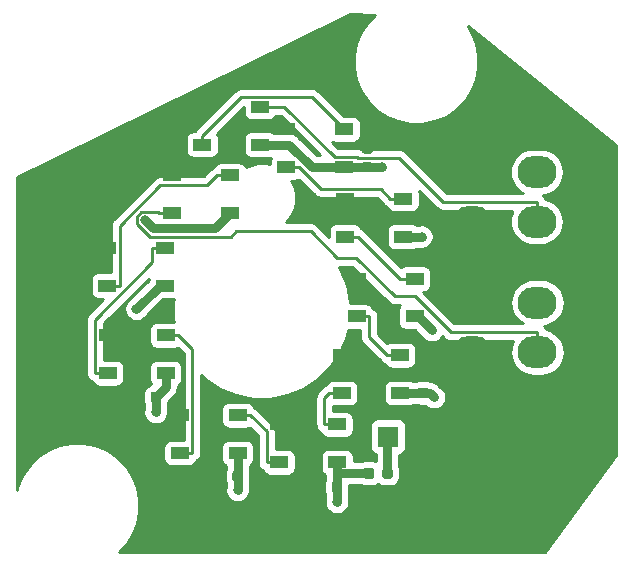
<source format=gbr>
%TF.GenerationSoftware,KiCad,Pcbnew,(5.1.6)-1*%
%TF.CreationDate,2020-12-18T20:01:58+11:00*%
%TF.ProjectId,FIRE TEST Panel PCB V2,46495245-2054-4455-9354-2050616e656c,rev?*%
%TF.SameCoordinates,Original*%
%TF.FileFunction,Copper,L1,Top*%
%TF.FilePolarity,Positive*%
%FSLAX46Y46*%
G04 Gerber Fmt 4.6, Leading zero omitted, Abs format (unit mm)*
G04 Created by KiCad (PCBNEW (5.1.6)-1) date 2020-12-18 20:01:58*
%MOMM*%
%LPD*%
G01*
G04 APERTURE LIST*
%TA.AperFunction,ComponentPad*%
%ADD10O,3.300000X2.700000*%
%TD*%
%TA.AperFunction,ComponentPad*%
%ADD11C,1.800000*%
%TD*%
%TA.AperFunction,ComponentPad*%
%ADD12R,1.800000X1.800000*%
%TD*%
%TA.AperFunction,SMDPad,CuDef*%
%ADD13R,1.500000X1.000000*%
%TD*%
%TA.AperFunction,ViaPad*%
%ADD14C,0.800000*%
%TD*%
%TA.AperFunction,Conductor*%
%ADD15C,0.250000*%
%TD*%
%TA.AperFunction,Conductor*%
%ADD16C,0.750000*%
%TD*%
%TA.AperFunction,Conductor*%
%ADD17C,0.254000*%
%TD*%
G04 APERTURE END LIST*
D10*
%TO.P,J2,4*%
%TO.N,/DATAOUT*%
X157891000Y-104698000D03*
%TO.P,J2,3*%
%TO.N,/LEDGND*%
X157891000Y-100498000D03*
%TO.P,J2,2*%
%TO.N,/LED+5V*%
X152391000Y-104698000D03*
%TO.P,J2,1*%
%TA.AperFunction,ComponentPad*%
G36*
G01*
X150991001Y-99148000D02*
X153790999Y-99148000D01*
G75*
G02*
X154041000Y-99398001I0J-250001D01*
G01*
X154041000Y-101597999D01*
G75*
G02*
X153790999Y-101848000I-250001J0D01*
G01*
X150991001Y-101848000D01*
G75*
G02*
X150741000Y-101597999I0J250001D01*
G01*
X150741000Y-99398001D01*
G75*
G02*
X150991001Y-99148000I250001J0D01*
G01*
G37*
%TD.AperFunction*%
%TD*%
%TO.P,J1,4*%
%TO.N,/DATAIN*%
X157841000Y-93648600D03*
%TO.P,J1,3*%
%TO.N,/LEDGND*%
X157841000Y-89448600D03*
%TO.P,J1,2*%
%TO.N,/LED+5V*%
X152341000Y-93648600D03*
%TO.P,J1,1*%
%TA.AperFunction,ComponentPad*%
G36*
G01*
X150941001Y-88098600D02*
X153740999Y-88098600D01*
G75*
G02*
X153991000Y-88348601I0J-250001D01*
G01*
X153991000Y-90548599D01*
G75*
G02*
X153740999Y-90798600I-250001J0D01*
G01*
X150941001Y-90798600D01*
G75*
G02*
X150691000Y-90548599I0J250001D01*
G01*
X150691000Y-88348601D01*
G75*
G02*
X150941001Y-88098600I250001J0D01*
G01*
G37*
%TD.AperFunction*%
%TD*%
%TO.P,R1,2*%
%TO.N,/LEDGND*%
%TA.AperFunction,SMDPad,CuDef*%
G36*
G01*
X144057000Y-114701750D02*
X144057000Y-115214250D01*
G75*
G02*
X143838250Y-115433000I-218750J0D01*
G01*
X143400750Y-115433000D01*
G75*
G02*
X143182000Y-115214250I0J218750D01*
G01*
X143182000Y-114701750D01*
G75*
G02*
X143400750Y-114483000I218750J0D01*
G01*
X143838250Y-114483000D01*
G75*
G02*
X144057000Y-114701750I0J-218750D01*
G01*
G37*
%TD.AperFunction*%
%TO.P,R1,1*%
%TO.N,Net-(D11-Pad1)*%
%TA.AperFunction,SMDPad,CuDef*%
G36*
G01*
X145632000Y-114701750D02*
X145632000Y-115214250D01*
G75*
G02*
X145413250Y-115433000I-218750J0D01*
G01*
X144975750Y-115433000D01*
G75*
G02*
X144757000Y-115214250I0J218750D01*
G01*
X144757000Y-114701750D01*
G75*
G02*
X144975750Y-114483000I218750J0D01*
G01*
X145413250Y-114483000D01*
G75*
G02*
X145632000Y-114701750I0J-218750D01*
G01*
G37*
%TD.AperFunction*%
%TD*%
%TO.P,C7,2*%
%TO.N,/LEDGND*%
%TA.AperFunction,SMDPad,CuDef*%
G36*
G01*
X147947750Y-107711000D02*
X148460250Y-107711000D01*
G75*
G02*
X148679000Y-107929750I0J-218750D01*
G01*
X148679000Y-108367250D01*
G75*
G02*
X148460250Y-108586000I-218750J0D01*
G01*
X147947750Y-108586000D01*
G75*
G02*
X147729000Y-108367250I0J218750D01*
G01*
X147729000Y-107929750D01*
G75*
G02*
X147947750Y-107711000I218750J0D01*
G01*
G37*
%TD.AperFunction*%
%TO.P,C7,1*%
%TO.N,/LED+5V*%
%TA.AperFunction,SMDPad,CuDef*%
G36*
G01*
X147947750Y-106136000D02*
X148460250Y-106136000D01*
G75*
G02*
X148679000Y-106354750I0J-218750D01*
G01*
X148679000Y-106792250D01*
G75*
G02*
X148460250Y-107011000I-218750J0D01*
G01*
X147947750Y-107011000D01*
G75*
G02*
X147729000Y-106792250I0J218750D01*
G01*
X147729000Y-106354750D01*
G75*
G02*
X147947750Y-106136000I218750J0D01*
G01*
G37*
%TD.AperFunction*%
%TD*%
%TO.P,C6,2*%
%TO.N,/LEDGND*%
%TA.AperFunction,SMDPad,CuDef*%
G36*
G01*
X140464000Y-116364250D02*
X140464000Y-115851750D01*
G75*
G02*
X140682750Y-115633000I218750J0D01*
G01*
X141120250Y-115633000D01*
G75*
G02*
X141339000Y-115851750I0J-218750D01*
G01*
X141339000Y-116364250D01*
G75*
G02*
X141120250Y-116583000I-218750J0D01*
G01*
X140682750Y-116583000D01*
G75*
G02*
X140464000Y-116364250I0J218750D01*
G01*
G37*
%TD.AperFunction*%
%TO.P,C6,1*%
%TO.N,/LED+5V*%
%TA.AperFunction,SMDPad,CuDef*%
G36*
G01*
X138889000Y-116364250D02*
X138889000Y-115851750D01*
G75*
G02*
X139107750Y-115633000I218750J0D01*
G01*
X139545250Y-115633000D01*
G75*
G02*
X139764000Y-115851750I0J-218750D01*
G01*
X139764000Y-116364250D01*
G75*
G02*
X139545250Y-116583000I-218750J0D01*
G01*
X139107750Y-116583000D01*
G75*
G02*
X138889000Y-116364250I0J218750D01*
G01*
G37*
%TD.AperFunction*%
%TD*%
%TO.P,C5,2*%
%TO.N,/LEDGND*%
%TA.AperFunction,SMDPad,CuDef*%
G36*
G01*
X132067000Y-115465250D02*
X132067000Y-114952750D01*
G75*
G02*
X132285750Y-114734000I218750J0D01*
G01*
X132723250Y-114734000D01*
G75*
G02*
X132942000Y-114952750I0J-218750D01*
G01*
X132942000Y-115465250D01*
G75*
G02*
X132723250Y-115684000I-218750J0D01*
G01*
X132285750Y-115684000D01*
G75*
G02*
X132067000Y-115465250I0J218750D01*
G01*
G37*
%TD.AperFunction*%
%TO.P,C5,1*%
%TO.N,/LED+5V*%
%TA.AperFunction,SMDPad,CuDef*%
G36*
G01*
X130492000Y-115465250D02*
X130492000Y-114952750D01*
G75*
G02*
X130710750Y-114734000I218750J0D01*
G01*
X131148250Y-114734000D01*
G75*
G02*
X131367000Y-114952750I0J-218750D01*
G01*
X131367000Y-115465250D01*
G75*
G02*
X131148250Y-115684000I-218750J0D01*
G01*
X130710750Y-115684000D01*
G75*
G02*
X130492000Y-115465250I0J218750D01*
G01*
G37*
%TD.AperFunction*%
%TD*%
%TO.P,C4,2*%
%TO.N,/LEDGND*%
%TA.AperFunction,SMDPad,CuDef*%
G36*
G01*
X125135000Y-108775250D02*
X125135000Y-108262750D01*
G75*
G02*
X125353750Y-108044000I218750J0D01*
G01*
X125791250Y-108044000D01*
G75*
G02*
X126010000Y-108262750I0J-218750D01*
G01*
X126010000Y-108775250D01*
G75*
G02*
X125791250Y-108994000I-218750J0D01*
G01*
X125353750Y-108994000D01*
G75*
G02*
X125135000Y-108775250I0J218750D01*
G01*
G37*
%TD.AperFunction*%
%TO.P,C4,1*%
%TO.N,/LED+5V*%
%TA.AperFunction,SMDPad,CuDef*%
G36*
G01*
X123560000Y-108775250D02*
X123560000Y-108262750D01*
G75*
G02*
X123778750Y-108044000I218750J0D01*
G01*
X124216250Y-108044000D01*
G75*
G02*
X124435000Y-108262750I0J-218750D01*
G01*
X124435000Y-108775250D01*
G75*
G02*
X124216250Y-108994000I-218750J0D01*
G01*
X123778750Y-108994000D01*
G75*
G02*
X123560000Y-108775250I0J218750D01*
G01*
G37*
%TD.AperFunction*%
%TD*%
%TO.P,C3,2*%
%TO.N,/LEDGND*%
%TA.AperFunction,SMDPad,CuDef*%
G36*
G01*
X143238750Y-88602200D02*
X143751250Y-88602200D01*
G75*
G02*
X143970000Y-88820950I0J-218750D01*
G01*
X143970000Y-89258450D01*
G75*
G02*
X143751250Y-89477200I-218750J0D01*
G01*
X143238750Y-89477200D01*
G75*
G02*
X143020000Y-89258450I0J218750D01*
G01*
X143020000Y-88820950D01*
G75*
G02*
X143238750Y-88602200I218750J0D01*
G01*
G37*
%TD.AperFunction*%
%TO.P,C3,1*%
%TO.N,/LED+5V*%
%TA.AperFunction,SMDPad,CuDef*%
G36*
G01*
X143238750Y-87027200D02*
X143751250Y-87027200D01*
G75*
G02*
X143970000Y-87245950I0J-218750D01*
G01*
X143970000Y-87683450D01*
G75*
G02*
X143751250Y-87902200I-218750J0D01*
G01*
X143238750Y-87902200D01*
G75*
G02*
X143020000Y-87683450I0J218750D01*
G01*
X143020000Y-87245950D01*
G75*
G02*
X143238750Y-87027200I218750J0D01*
G01*
G37*
%TD.AperFunction*%
%TD*%
D11*
%TO.P,D11,2*%
%TO.N,/LED+5V*%
X147790000Y-111839000D03*
D12*
%TO.P,D11,1*%
%TO.N,Net-(D11-Pad1)*%
X145250000Y-111839000D03*
%TD*%
D13*
%TO.P,D10,1*%
%TO.N,/LED+5V*%
X126938000Y-89738400D03*
%TO.P,D10,2*%
%TO.N,/DATAOUT*%
X126938000Y-92938400D03*
%TO.P,D10,4*%
%TO.N,Net-(D10-Pad4)*%
X131838000Y-89738400D03*
%TO.P,D10,3*%
%TO.N,/LEDGND*%
X131838000Y-92938400D03*
%TD*%
%TO.P,D9,1*%
%TO.N,/LED+5V*%
X121463000Y-95859600D03*
%TO.P,D9,2*%
%TO.N,Net-(D10-Pad4)*%
X121463000Y-99059600D03*
%TO.P,D9,4*%
%TO.N,Net-(D8-Pad2)*%
X126363000Y-95859600D03*
%TO.P,D9,3*%
%TO.N,/LEDGND*%
X126363000Y-99059600D03*
%TD*%
%TO.P,D8,1*%
%TO.N,/LED+5V*%
X121514000Y-103276000D03*
%TO.P,D8,2*%
%TO.N,Net-(D8-Pad2)*%
X121514000Y-106476000D03*
%TO.P,D8,4*%
%TO.N,Net-(D7-Pad2)*%
X126414000Y-103276000D03*
%TO.P,D8,3*%
%TO.N,/LEDGND*%
X126414000Y-106476000D03*
%TD*%
%TO.P,D7,1*%
%TO.N,/LED+5V*%
X127610000Y-110033000D03*
%TO.P,D7,2*%
%TO.N,Net-(D7-Pad2)*%
X127610000Y-113233000D03*
%TO.P,D7,4*%
%TO.N,Net-(D6-Pad2)*%
X132510000Y-110033000D03*
%TO.P,D7,3*%
%TO.N,/LEDGND*%
X132510000Y-113233000D03*
%TD*%
%TO.P,D6,1*%
%TO.N,/LED+5V*%
X136031000Y-110820000D03*
%TO.P,D6,2*%
%TO.N,Net-(D6-Pad2)*%
X136031000Y-114020000D03*
%TO.P,D6,4*%
%TO.N,Net-(D5-Pad2)*%
X140931000Y-110820000D03*
%TO.P,D6,3*%
%TO.N,/LEDGND*%
X140931000Y-114020000D03*
%TD*%
%TO.P,D5,1*%
%TO.N,/LED+5V*%
X141353000Y-104953000D03*
%TO.P,D5,2*%
%TO.N,Net-(D5-Pad2)*%
X141353000Y-108153000D03*
%TO.P,D5,4*%
%TO.N,Net-(D4-Pad2)*%
X146253000Y-104953000D03*
%TO.P,D5,3*%
%TO.N,/LEDGND*%
X146253000Y-108153000D03*
%TD*%
%TO.P,D4,1*%
%TO.N,/LED+5V*%
X142584000Y-98476000D03*
%TO.P,D4,2*%
%TO.N,Net-(D4-Pad2)*%
X142584000Y-101676000D03*
%TO.P,D4,4*%
%TO.N,Net-(D3-Pad2)*%
X147484000Y-98476000D03*
%TO.P,D4,3*%
%TO.N,/LEDGND*%
X147484000Y-101676000D03*
%TD*%
%TO.P,D3,1*%
%TO.N,/LED+5V*%
X141619000Y-91719600D03*
%TO.P,D3,2*%
%TO.N,Net-(D3-Pad2)*%
X141619000Y-94919600D03*
%TO.P,D3,4*%
%TO.N,Net-(D2-Pad2)*%
X146519000Y-91719600D03*
%TO.P,D3,3*%
%TO.N,/LEDGND*%
X146519000Y-94919600D03*
%TD*%
%TO.P,D2,1*%
%TO.N,/LED+5V*%
X136640000Y-85826800D03*
%TO.P,D2,2*%
%TO.N,Net-(D2-Pad2)*%
X136640000Y-89026800D03*
%TO.P,D2,4*%
%TO.N,Net-(D1-Pad2)*%
X141540000Y-85826800D03*
%TO.P,D2,3*%
%TO.N,/LEDGND*%
X141540000Y-89026800D03*
%TD*%
%TO.P,D1,1*%
%TO.N,/LED+5V*%
X129517000Y-83921600D03*
%TO.P,D1,2*%
%TO.N,Net-(D1-Pad2)*%
X129517000Y-87121600D03*
%TO.P,D1,4*%
%TO.N,/DATAIN*%
X134417000Y-83921600D03*
%TO.P,D1,3*%
%TO.N,/LEDGND*%
X134417000Y-87121600D03*
%TD*%
D14*
%TO.N,/LEDGND*%
X148077000Y-94919600D03*
X123937000Y-101026000D03*
X124676000Y-93530400D03*
X149126000Y-108514000D03*
X144709000Y-88983800D03*
X125573000Y-109771000D03*
X132507000Y-116378000D03*
X140919000Y-117381000D03*
X148943060Y-102826820D03*
%TD*%
D15*
%TO.N,Net-(D1-Pad2)*%
X132792001Y-83096599D02*
X138809799Y-83096599D01*
X129517000Y-86371600D02*
X132792001Y-83096599D01*
X138809799Y-83096599D02*
X141540000Y-85826800D01*
X129517000Y-87121600D02*
X129517000Y-86371600D01*
%TO.N,Net-(D2-Pad2)*%
X146519000Y-91719600D02*
X145443700Y-91719600D01*
X136640000Y-89026800D02*
X137715300Y-89026800D01*
X137715300Y-89026800D02*
X139582800Y-90894300D01*
X139582800Y-90894300D02*
X144618400Y-90894300D01*
X144618400Y-90894300D02*
X145443700Y-91719600D01*
%TO.N,Net-(D3-Pad2)*%
X141619000Y-94919600D02*
X142694300Y-94919600D01*
X142694300Y-94919600D02*
X146250700Y-98476000D01*
X146250700Y-98476000D02*
X147484000Y-98476000D01*
%TO.N,Net-(D4-Pad2)*%
X146253000Y-104953000D02*
X145177700Y-104953000D01*
X142584000Y-101676000D02*
X143659300Y-101676000D01*
X143659300Y-101676000D02*
X143659300Y-103434600D01*
X143659300Y-103434600D02*
X145177700Y-104953000D01*
%TO.N,Net-(D5-Pad2)*%
X140931000Y-110820000D02*
X139855700Y-110820000D01*
X141353000Y-108153000D02*
X140277700Y-108153000D01*
X140277700Y-108153000D02*
X139855700Y-108575000D01*
X139855700Y-108575000D02*
X139855700Y-110820000D01*
%TO.N,Net-(D6-Pad2)*%
X132510000Y-110033000D02*
X133585300Y-110033000D01*
X136031000Y-114020000D02*
X134955700Y-114020000D01*
X134955700Y-114020000D02*
X134955700Y-111403400D01*
X134955700Y-111403400D02*
X133585300Y-110033000D01*
%TO.N,Net-(D7-Pad2)*%
X126414000Y-103276000D02*
X127489300Y-103276000D01*
X127610000Y-113233000D02*
X128685300Y-113233000D01*
X128685300Y-113233000D02*
X128685300Y-104472000D01*
X128685300Y-104472000D02*
X127489300Y-103276000D01*
%TO.N,Net-(D8-Pad2)*%
X126363000Y-95859600D02*
X125287700Y-95859600D01*
X121514000Y-106476000D02*
X120438700Y-106476000D01*
X120438700Y-106476000D02*
X120438700Y-101933800D01*
X120438700Y-101933800D02*
X125287700Y-97084800D01*
X125287700Y-97084800D02*
X125287700Y-95859600D01*
%TO.N,Net-(D10-Pad4)*%
X131838000Y-89738400D02*
X130762700Y-89738400D01*
X121463000Y-99059600D02*
X122538300Y-99059600D01*
X122538300Y-99059600D02*
X122538300Y-93979400D01*
X122538300Y-93979400D02*
X125954000Y-90563700D01*
X125954000Y-90563700D02*
X129937400Y-90563700D01*
X129937400Y-90563700D02*
X130762700Y-89738400D01*
D16*
%TO.N,/LEDGND*%
X140916000Y-116093500D02*
X140901000Y-116108000D01*
X140901000Y-116108000D02*
X140919000Y-117381000D01*
X140931000Y-115079000D02*
X140931000Y-116079000D01*
X140931000Y-116079000D02*
X140916000Y-116093500D01*
D15*
X140916000Y-116093500D02*
X140901500Y-116108000D01*
D16*
X132507000Y-115206500D02*
X132504000Y-115209000D01*
X132504000Y-115209000D02*
X132507000Y-116378000D01*
X132510000Y-113233000D02*
X132510000Y-115204000D01*
X132510000Y-115204000D02*
X132507000Y-115206500D01*
D15*
X132507000Y-115206500D02*
X132504500Y-115209000D01*
X143619000Y-114958000D02*
X143619500Y-114958000D01*
D16*
X143619000Y-114958000D02*
X141052000Y-114958000D01*
X141052000Y-114958000D02*
X140931000Y-115079000D01*
D15*
X148201500Y-108150500D02*
X148202000Y-108150500D01*
X148202000Y-108150500D02*
X148204000Y-108148500D01*
D16*
X148201500Y-108150500D02*
X148204000Y-108148000D01*
X148204000Y-108148000D02*
X148760000Y-108148000D01*
X148760000Y-108148000D02*
X149126000Y-108514000D01*
X146253000Y-108153000D02*
X148199000Y-108153000D01*
X148199000Y-108153000D02*
X148201500Y-108150500D01*
D15*
X125993500Y-108098500D02*
X125993000Y-108098500D01*
X125993000Y-108098500D02*
X125572500Y-108519000D01*
D16*
X125993500Y-108098500D02*
X125573000Y-108519000D01*
X125573000Y-108519000D02*
X125573000Y-109771000D01*
X126414000Y-106476000D02*
X126414000Y-107678000D01*
X126414000Y-107678000D02*
X125993500Y-108098500D01*
D15*
X143482100Y-89026800D02*
X143495000Y-89039700D01*
D16*
X143482100Y-89026800D02*
X143546000Y-89026800D01*
X143546000Y-89026800D02*
X143589000Y-88983800D01*
X143589000Y-88983800D02*
X144709000Y-88983800D01*
X141540000Y-89026800D02*
X143482100Y-89026800D01*
X140931000Y-114020000D02*
X140931000Y-115079000D01*
X132507000Y-116378000D02*
X132504000Y-116375000D01*
X140919000Y-117381000D02*
X140901000Y-117363000D01*
X146519000Y-94919600D02*
X148077000Y-94919600D01*
X126363000Y-99059600D02*
X125903000Y-99059600D01*
X125903000Y-99059600D02*
X123937000Y-101026000D01*
X131838000Y-92938400D02*
X130550000Y-94226400D01*
X130550000Y-94226400D02*
X125372000Y-94226400D01*
X125372000Y-94226400D02*
X124676000Y-93530400D01*
X147484000Y-101676000D02*
X147792240Y-101676000D01*
X147792240Y-101676000D02*
X148943060Y-102826820D01*
X148943060Y-102826820D02*
X148943060Y-102826820D01*
X134417000Y-87121600D02*
X136887820Y-87121600D01*
X138793020Y-89026800D02*
X141540000Y-89026800D01*
X136887820Y-87121600D02*
X138793020Y-89026800D01*
D15*
%TO.N,Net-(D11-Pad1)*%
X145194000Y-113426500D02*
X145194500Y-113427000D01*
X145194500Y-113427000D02*
X145194500Y-114958000D01*
D16*
X145194000Y-113426500D02*
X145194000Y-111895000D01*
X145194000Y-111895000D02*
X145250000Y-111839000D01*
X145194000Y-114958000D02*
X145194000Y-113426500D01*
D15*
%TO.N,/DATAIN*%
X157841000Y-93648600D02*
X157841000Y-91973300D01*
X134417000Y-83921600D02*
X136471900Y-83921600D01*
X136471900Y-83921600D02*
X140712200Y-88161900D01*
X140712200Y-88161900D02*
X142629300Y-88161900D01*
X142629300Y-88161900D02*
X142719500Y-88252100D01*
X142719500Y-88252100D02*
X146182600Y-88252100D01*
X146182600Y-88252100D02*
X149903800Y-91973300D01*
X149903800Y-91973300D02*
X157841000Y-91973300D01*
%TO.N,/DATAOUT*%
X157891000Y-104698000D02*
X157891000Y-103022700D01*
X126938000Y-92938400D02*
X125862700Y-92938400D01*
X125862700Y-92938400D02*
X125725200Y-92800900D01*
X125725200Y-92800900D02*
X124366700Y-92800900D01*
X124366700Y-92800900D02*
X123947700Y-93219900D01*
X123947700Y-93219900D02*
X123947700Y-93828800D01*
X123947700Y-93828800D02*
X125046900Y-94928000D01*
X125046900Y-94928000D02*
X131920500Y-94928000D01*
X131920500Y-94928000D02*
X132407600Y-94440900D01*
X132407600Y-94440900D02*
X138687600Y-94440900D01*
X138687600Y-94440900D02*
X140944500Y-96697800D01*
X140944500Y-96697800D02*
X142542900Y-96697800D01*
X142542900Y-96697800D02*
X145825200Y-99980100D01*
X145825200Y-99980100D02*
X147508800Y-99980100D01*
X147508800Y-99980100D02*
X150551400Y-103022700D01*
X150551400Y-103022700D02*
X157891000Y-103022700D01*
%TD*%
D17*
%TO.N,/LED+5V*%
G36*
X144124732Y-76110668D02*
G01*
X143524798Y-76710602D01*
X142947294Y-77574896D01*
X142549503Y-78535249D01*
X142346711Y-79554754D01*
X142346711Y-80594232D01*
X142549503Y-81613737D01*
X142947294Y-82574090D01*
X143524798Y-83438384D01*
X144259820Y-84173406D01*
X145124114Y-84750910D01*
X146084467Y-85148701D01*
X147103972Y-85351493D01*
X148143450Y-85351493D01*
X149162955Y-85148701D01*
X150123308Y-84750910D01*
X150987602Y-84173406D01*
X151722624Y-83438384D01*
X152300128Y-82574090D01*
X152697919Y-81613737D01*
X152900711Y-80594232D01*
X152900711Y-79554754D01*
X152697919Y-78535249D01*
X152300128Y-77574896D01*
X151984918Y-77103152D01*
X164541601Y-87184504D01*
X164541600Y-113374686D01*
X158565734Y-121615600D01*
X122435408Y-121615600D01*
X123020624Y-121030384D01*
X123598128Y-120166090D01*
X123995919Y-119205737D01*
X124198711Y-118186232D01*
X124198711Y-117146754D01*
X123995919Y-116127249D01*
X123598128Y-115166896D01*
X123020624Y-114302602D01*
X122285602Y-113567580D01*
X121421308Y-112990076D01*
X120460955Y-112592285D01*
X119441450Y-112389493D01*
X118401972Y-112389493D01*
X117382467Y-112592285D01*
X116422114Y-112990076D01*
X115557820Y-113567580D01*
X114822798Y-114302602D01*
X114245294Y-115166896D01*
X113847503Y-116127249D01*
X113791600Y-116408293D01*
X113791600Y-108262750D01*
X124496928Y-108262750D01*
X124496928Y-108775250D01*
X124513392Y-108942408D01*
X124562150Y-109103142D01*
X124563000Y-109104733D01*
X124563001Y-109543373D01*
X124538000Y-109669061D01*
X124538000Y-109872939D01*
X124577774Y-110072898D01*
X124655795Y-110261256D01*
X124769063Y-110430774D01*
X124913226Y-110574937D01*
X125082744Y-110688205D01*
X125271102Y-110766226D01*
X125471061Y-110806000D01*
X125674939Y-110806000D01*
X125874898Y-110766226D01*
X126063256Y-110688205D01*
X126232774Y-110574937D01*
X126376937Y-110430774D01*
X126490205Y-110261256D01*
X126568226Y-110072898D01*
X126608000Y-109872939D01*
X126608000Y-109669061D01*
X126583000Y-109543377D01*
X126583000Y-109102648D01*
X126631608Y-108942408D01*
X126637471Y-108882884D01*
X127093094Y-108427261D01*
X127131633Y-108395633D01*
X127257847Y-108241840D01*
X127351632Y-108066380D01*
X127361151Y-108034999D01*
X127409385Y-107875995D01*
X127428886Y-107678000D01*
X127424000Y-107628392D01*
X127424000Y-107557046D01*
X127518494Y-107506537D01*
X127615185Y-107427185D01*
X127694537Y-107330494D01*
X127753502Y-107220180D01*
X127789812Y-107100482D01*
X127802072Y-106976000D01*
X127802072Y-105976000D01*
X127789812Y-105851518D01*
X127753502Y-105731820D01*
X127694537Y-105621506D01*
X127615185Y-105524815D01*
X127518494Y-105445463D01*
X127408180Y-105386498D01*
X127288482Y-105350188D01*
X127164000Y-105337928D01*
X125664000Y-105337928D01*
X125539518Y-105350188D01*
X125419820Y-105386498D01*
X125309506Y-105445463D01*
X125212815Y-105524815D01*
X125133463Y-105621506D01*
X125074498Y-105731820D01*
X125038188Y-105851518D01*
X125025928Y-105976000D01*
X125025928Y-106976000D01*
X125038188Y-107100482D01*
X125074498Y-107220180D01*
X125133463Y-107330494D01*
X125207215Y-107420361D01*
X125186592Y-107422392D01*
X125025858Y-107471150D01*
X124877725Y-107550329D01*
X124747885Y-107656885D01*
X124641329Y-107786725D01*
X124562150Y-107934858D01*
X124513392Y-108095592D01*
X124496928Y-108262750D01*
X113791600Y-108262750D01*
X113791600Y-106476000D01*
X119675023Y-106476000D01*
X119689697Y-106624986D01*
X119733154Y-106768247D01*
X119803726Y-106900276D01*
X119856235Y-106964258D01*
X119898699Y-107016001D01*
X120014424Y-107110974D01*
X120146453Y-107181546D01*
X120164433Y-107187000D01*
X120174498Y-107220180D01*
X120233463Y-107330494D01*
X120312815Y-107427185D01*
X120409506Y-107506537D01*
X120519820Y-107565502D01*
X120639518Y-107601812D01*
X120764000Y-107614072D01*
X122264000Y-107614072D01*
X122388482Y-107601812D01*
X122508180Y-107565502D01*
X122618494Y-107506537D01*
X122715185Y-107427185D01*
X122794537Y-107330494D01*
X122853502Y-107220180D01*
X122889812Y-107100482D01*
X122902072Y-106976000D01*
X122902072Y-105976000D01*
X122889812Y-105851518D01*
X122853502Y-105731820D01*
X122794537Y-105621506D01*
X122715185Y-105524815D01*
X122618494Y-105445463D01*
X122508180Y-105386498D01*
X122388482Y-105350188D01*
X122264000Y-105337928D01*
X121198700Y-105337928D01*
X121198700Y-102248601D01*
X124984457Y-98462845D01*
X124974954Y-98559333D01*
X123383677Y-100150935D01*
X123277226Y-100222063D01*
X123133063Y-100366226D01*
X123019795Y-100535744D01*
X122941774Y-100724102D01*
X122902000Y-100924061D01*
X122902000Y-101127939D01*
X122941774Y-101327898D01*
X123019795Y-101516256D01*
X123133063Y-101685774D01*
X123277226Y-101829937D01*
X123446744Y-101943205D01*
X123635102Y-102021226D01*
X123835061Y-102061000D01*
X124038939Y-102061000D01*
X124238898Y-102021226D01*
X124427256Y-101943205D01*
X124596774Y-101829937D01*
X124740937Y-101685774D01*
X124812200Y-101579122D01*
X126193370Y-100197672D01*
X127109949Y-100197672D01*
X127065711Y-100420073D01*
X127065711Y-101892913D01*
X127114448Y-102137928D01*
X125664000Y-102137928D01*
X125539518Y-102150188D01*
X125419820Y-102186498D01*
X125309506Y-102245463D01*
X125212815Y-102324815D01*
X125133463Y-102421506D01*
X125074498Y-102531820D01*
X125038188Y-102651518D01*
X125025928Y-102776000D01*
X125025928Y-103776000D01*
X125038188Y-103900482D01*
X125074498Y-104020180D01*
X125133463Y-104130494D01*
X125212815Y-104227185D01*
X125309506Y-104306537D01*
X125419820Y-104365502D01*
X125539518Y-104401812D01*
X125664000Y-104414072D01*
X127164000Y-104414072D01*
X127288482Y-104401812D01*
X127408180Y-104365502D01*
X127470623Y-104332125D01*
X127925301Y-104786804D01*
X127925300Y-112094928D01*
X126860000Y-112094928D01*
X126735518Y-112107188D01*
X126615820Y-112143498D01*
X126505506Y-112202463D01*
X126408815Y-112281815D01*
X126329463Y-112378506D01*
X126270498Y-112488820D01*
X126234188Y-112608518D01*
X126221928Y-112733000D01*
X126221928Y-113733000D01*
X126234188Y-113857482D01*
X126270498Y-113977180D01*
X126329463Y-114087494D01*
X126408815Y-114184185D01*
X126505506Y-114263537D01*
X126615820Y-114322502D01*
X126735518Y-114358812D01*
X126860000Y-114371072D01*
X128360000Y-114371072D01*
X128484482Y-114358812D01*
X128604180Y-114322502D01*
X128714494Y-114263537D01*
X128811185Y-114184185D01*
X128890537Y-114087494D01*
X128949502Y-113977180D01*
X128959567Y-113944000D01*
X128977547Y-113938546D01*
X129109576Y-113867974D01*
X129225301Y-113773001D01*
X129320274Y-113657276D01*
X129390846Y-113525247D01*
X129434303Y-113381986D01*
X129448977Y-113233000D01*
X129445300Y-113195667D01*
X129445300Y-112733000D01*
X131121928Y-112733000D01*
X131121928Y-113733000D01*
X131134188Y-113857482D01*
X131170498Y-113977180D01*
X131229463Y-114087494D01*
X131308815Y-114184185D01*
X131405506Y-114263537D01*
X131500001Y-114314046D01*
X131500001Y-114613912D01*
X131494150Y-114624858D01*
X131445392Y-114785592D01*
X131428928Y-114952750D01*
X131428928Y-115465250D01*
X131445392Y-115632408D01*
X131494150Y-115793142D01*
X131495503Y-115795673D01*
X131496421Y-116153290D01*
X131472000Y-116276061D01*
X131472000Y-116479939D01*
X131511774Y-116679898D01*
X131589795Y-116868256D01*
X131703063Y-117037774D01*
X131847226Y-117181937D01*
X132016744Y-117295205D01*
X132205102Y-117373226D01*
X132405061Y-117413000D01*
X132608939Y-117413000D01*
X132808898Y-117373226D01*
X132997256Y-117295205D01*
X133166774Y-117181937D01*
X133310937Y-117037774D01*
X133424205Y-116868256D01*
X133502226Y-116679898D01*
X133542000Y-116479939D01*
X133542000Y-116276061D01*
X133516411Y-116147414D01*
X133515496Y-115791012D01*
X133563608Y-115632408D01*
X133580072Y-115465250D01*
X133580072Y-114952750D01*
X133563608Y-114785592D01*
X133520000Y-114641835D01*
X133520000Y-114314046D01*
X133614494Y-114263537D01*
X133711185Y-114184185D01*
X133790537Y-114087494D01*
X133849502Y-113977180D01*
X133885812Y-113857482D01*
X133898072Y-113733000D01*
X133898072Y-112733000D01*
X133885812Y-112608518D01*
X133849502Y-112488820D01*
X133790537Y-112378506D01*
X133711185Y-112281815D01*
X133614494Y-112202463D01*
X133504180Y-112143498D01*
X133384482Y-112107188D01*
X133260000Y-112094928D01*
X131760000Y-112094928D01*
X131635518Y-112107188D01*
X131515820Y-112143498D01*
X131405506Y-112202463D01*
X131308815Y-112281815D01*
X131229463Y-112378506D01*
X131170498Y-112488820D01*
X131134188Y-112608518D01*
X131121928Y-112733000D01*
X129445300Y-112733000D01*
X129445300Y-109533000D01*
X131121928Y-109533000D01*
X131121928Y-110533000D01*
X131134188Y-110657482D01*
X131170498Y-110777180D01*
X131229463Y-110887494D01*
X131308815Y-110984185D01*
X131405506Y-111063537D01*
X131515820Y-111122502D01*
X131635518Y-111158812D01*
X131760000Y-111171072D01*
X133260000Y-111171072D01*
X133384482Y-111158812D01*
X133504180Y-111122502D01*
X133566623Y-111089125D01*
X134195701Y-111718203D01*
X134195700Y-113982667D01*
X134192023Y-114020000D01*
X134206697Y-114168986D01*
X134250154Y-114312247D01*
X134320726Y-114444276D01*
X134411009Y-114554286D01*
X134415699Y-114560001D01*
X134531424Y-114654974D01*
X134663453Y-114725546D01*
X134681433Y-114731000D01*
X134691498Y-114764180D01*
X134750463Y-114874494D01*
X134829815Y-114971185D01*
X134926506Y-115050537D01*
X135036820Y-115109502D01*
X135156518Y-115145812D01*
X135281000Y-115158072D01*
X136781000Y-115158072D01*
X136905482Y-115145812D01*
X137025180Y-115109502D01*
X137135494Y-115050537D01*
X137232185Y-114971185D01*
X137311537Y-114874494D01*
X137370502Y-114764180D01*
X137406812Y-114644482D01*
X137419072Y-114520000D01*
X137419072Y-113520000D01*
X139542928Y-113520000D01*
X139542928Y-114520000D01*
X139555188Y-114644482D01*
X139591498Y-114764180D01*
X139650463Y-114874494D01*
X139729815Y-114971185D01*
X139826506Y-115050537D01*
X139918135Y-115099514D01*
X139921000Y-115128608D01*
X139921000Y-115468012D01*
X139891150Y-115523858D01*
X139842392Y-115684592D01*
X139825928Y-115851750D01*
X139825928Y-116364250D01*
X139842392Y-116531408D01*
X139891150Y-116692142D01*
X139899377Y-116707533D01*
X139905835Y-117164280D01*
X139905615Y-117165006D01*
X139904564Y-117175679D01*
X139884000Y-117279061D01*
X139884000Y-117482939D01*
X139923774Y-117682898D01*
X140001795Y-117871256D01*
X140115063Y-118040774D01*
X140259226Y-118184937D01*
X140428744Y-118298205D01*
X140617102Y-118376226D01*
X140817061Y-118416000D01*
X141020939Y-118416000D01*
X141220898Y-118376226D01*
X141409256Y-118298205D01*
X141578774Y-118184937D01*
X141722937Y-118040774D01*
X141836205Y-117871256D01*
X141914226Y-117682898D01*
X141954000Y-117482939D01*
X141954000Y-117279061D01*
X141925643Y-117136501D01*
X141919026Y-116668487D01*
X141960608Y-116531408D01*
X141977072Y-116364250D01*
X141977072Y-115968000D01*
X143002046Y-115968000D01*
X143072858Y-116005850D01*
X143233592Y-116054608D01*
X143400750Y-116071072D01*
X143838250Y-116071072D01*
X144005408Y-116054608D01*
X144166142Y-116005850D01*
X144314275Y-115926671D01*
X144407000Y-115850574D01*
X144499725Y-115926671D01*
X144647858Y-116005850D01*
X144808592Y-116054608D01*
X144975750Y-116071072D01*
X145413250Y-116071072D01*
X145580408Y-116054608D01*
X145741142Y-116005850D01*
X145889275Y-115926671D01*
X146019115Y-115820115D01*
X146125671Y-115690275D01*
X146204850Y-115542142D01*
X146253608Y-115381408D01*
X146270072Y-115214250D01*
X146270072Y-114701750D01*
X146253608Y-114534592D01*
X146204850Y-114373858D01*
X146204000Y-114372268D01*
X146204000Y-113371754D01*
X146274482Y-113364812D01*
X146394180Y-113328502D01*
X146504494Y-113269537D01*
X146601185Y-113190185D01*
X146680537Y-113093494D01*
X146739502Y-112983180D01*
X146775812Y-112863482D01*
X146788072Y-112739000D01*
X146788072Y-110939000D01*
X146775812Y-110814518D01*
X146739502Y-110694820D01*
X146680537Y-110584506D01*
X146601185Y-110487815D01*
X146504494Y-110408463D01*
X146394180Y-110349498D01*
X146274482Y-110313188D01*
X146150000Y-110300928D01*
X144350000Y-110300928D01*
X144225518Y-110313188D01*
X144105820Y-110349498D01*
X143995506Y-110408463D01*
X143898815Y-110487815D01*
X143819463Y-110584506D01*
X143760498Y-110694820D01*
X143724188Y-110814518D01*
X143711928Y-110939000D01*
X143711928Y-112739000D01*
X143724188Y-112863482D01*
X143760498Y-112983180D01*
X143819463Y-113093494D01*
X143898815Y-113190185D01*
X143995506Y-113269537D01*
X144105820Y-113328502D01*
X144184000Y-113352218D01*
X144184000Y-113476107D01*
X144184001Y-113476117D01*
X144184001Y-113919696D01*
X144166142Y-113910150D01*
X144005408Y-113861392D01*
X143838250Y-113844928D01*
X143400750Y-113844928D01*
X143233592Y-113861392D01*
X143072858Y-113910150D01*
X143002046Y-113948000D01*
X142319072Y-113948000D01*
X142319072Y-113520000D01*
X142306812Y-113395518D01*
X142270502Y-113275820D01*
X142211537Y-113165506D01*
X142132185Y-113068815D01*
X142035494Y-112989463D01*
X141925180Y-112930498D01*
X141805482Y-112894188D01*
X141681000Y-112881928D01*
X140181000Y-112881928D01*
X140056518Y-112894188D01*
X139936820Y-112930498D01*
X139826506Y-112989463D01*
X139729815Y-113068815D01*
X139650463Y-113165506D01*
X139591498Y-113275820D01*
X139555188Y-113395518D01*
X139542928Y-113520000D01*
X137419072Y-113520000D01*
X137406812Y-113395518D01*
X137370502Y-113275820D01*
X137311537Y-113165506D01*
X137232185Y-113068815D01*
X137135494Y-112989463D01*
X137025180Y-112930498D01*
X136905482Y-112894188D01*
X136781000Y-112881928D01*
X135715700Y-112881928D01*
X135715700Y-111440722D01*
X135719376Y-111403399D01*
X135715700Y-111366076D01*
X135715700Y-111366067D01*
X135704703Y-111254414D01*
X135661246Y-111111153D01*
X135590674Y-110979124D01*
X135495701Y-110863399D01*
X135466703Y-110839601D01*
X135447102Y-110820000D01*
X139092023Y-110820000D01*
X139106697Y-110968986D01*
X139150154Y-111112247D01*
X139220726Y-111244276D01*
X139315699Y-111360001D01*
X139431424Y-111454974D01*
X139563453Y-111525546D01*
X139581433Y-111531000D01*
X139591498Y-111564180D01*
X139650463Y-111674494D01*
X139729815Y-111771185D01*
X139826506Y-111850537D01*
X139936820Y-111909502D01*
X140056518Y-111945812D01*
X140181000Y-111958072D01*
X141681000Y-111958072D01*
X141805482Y-111945812D01*
X141925180Y-111909502D01*
X142035494Y-111850537D01*
X142132185Y-111771185D01*
X142211537Y-111674494D01*
X142270502Y-111564180D01*
X142306812Y-111444482D01*
X142319072Y-111320000D01*
X142319072Y-110320000D01*
X142306812Y-110195518D01*
X142270502Y-110075820D01*
X142211537Y-109965506D01*
X142132185Y-109868815D01*
X142035494Y-109789463D01*
X141925180Y-109730498D01*
X141805482Y-109694188D01*
X141681000Y-109681928D01*
X140615700Y-109681928D01*
X140615700Y-109291072D01*
X142103000Y-109291072D01*
X142227482Y-109278812D01*
X142347180Y-109242502D01*
X142457494Y-109183537D01*
X142554185Y-109104185D01*
X142633537Y-109007494D01*
X142692502Y-108897180D01*
X142728812Y-108777482D01*
X142741072Y-108653000D01*
X142741072Y-107653000D01*
X144864928Y-107653000D01*
X144864928Y-108653000D01*
X144877188Y-108777482D01*
X144913498Y-108897180D01*
X144972463Y-109007494D01*
X145051815Y-109104185D01*
X145148506Y-109183537D01*
X145258820Y-109242502D01*
X145378518Y-109278812D01*
X145503000Y-109291072D01*
X147003000Y-109291072D01*
X147127482Y-109278812D01*
X147247180Y-109242502D01*
X147357494Y-109183537D01*
X147382518Y-109163000D01*
X147633539Y-109163000D01*
X147780592Y-109207608D01*
X147947750Y-109224072D01*
X148372361Y-109224072D01*
X148466226Y-109317937D01*
X148635744Y-109431205D01*
X148824102Y-109509226D01*
X149024061Y-109549000D01*
X149227939Y-109549000D01*
X149427898Y-109509226D01*
X149616256Y-109431205D01*
X149785774Y-109317937D01*
X149929937Y-109173774D01*
X150043205Y-109004256D01*
X150121226Y-108815898D01*
X150161000Y-108615939D01*
X150161000Y-108412061D01*
X150121226Y-108212102D01*
X150043205Y-108023744D01*
X149929937Y-107854226D01*
X149785774Y-107710063D01*
X149679222Y-107638867D01*
X149509262Y-107468907D01*
X149477633Y-107430367D01*
X149323840Y-107304153D01*
X149148380Y-107210368D01*
X148957994Y-107152615D01*
X148809608Y-107138000D01*
X148777089Y-107134797D01*
X148627408Y-107089392D01*
X148460250Y-107072928D01*
X147947750Y-107072928D01*
X147780592Y-107089392D01*
X147619858Y-107138150D01*
X147610784Y-107143000D01*
X147382518Y-107143000D01*
X147357494Y-107122463D01*
X147247180Y-107063498D01*
X147127482Y-107027188D01*
X147003000Y-107014928D01*
X145503000Y-107014928D01*
X145378518Y-107027188D01*
X145258820Y-107063498D01*
X145148506Y-107122463D01*
X145051815Y-107201815D01*
X144972463Y-107298506D01*
X144913498Y-107408820D01*
X144877188Y-107528518D01*
X144864928Y-107653000D01*
X142741072Y-107653000D01*
X142728812Y-107528518D01*
X142692502Y-107408820D01*
X142633537Y-107298506D01*
X142554185Y-107201815D01*
X142457494Y-107122463D01*
X142347180Y-107063498D01*
X142227482Y-107027188D01*
X142103000Y-107014928D01*
X140603000Y-107014928D01*
X140478518Y-107027188D01*
X140358820Y-107063498D01*
X140248506Y-107122463D01*
X140151815Y-107201815D01*
X140072463Y-107298506D01*
X140013498Y-107408820D01*
X140003433Y-107442000D01*
X139985453Y-107447454D01*
X139853424Y-107518026D01*
X139737699Y-107612999D01*
X139713896Y-107642003D01*
X139344703Y-108011196D01*
X139315699Y-108034999D01*
X139265972Y-108095592D01*
X139220726Y-108150724D01*
X139150155Y-108282753D01*
X139150154Y-108282754D01*
X139106697Y-108426015D01*
X139095700Y-108537668D01*
X139095700Y-108537678D01*
X139092024Y-108575000D01*
X139095700Y-108612323D01*
X139095701Y-110782657D01*
X139092023Y-110820000D01*
X135447102Y-110820000D01*
X134149104Y-109522003D01*
X134125301Y-109492999D01*
X134009576Y-109398026D01*
X133877547Y-109327454D01*
X133859567Y-109322000D01*
X133849502Y-109288820D01*
X133790537Y-109178506D01*
X133711185Y-109081815D01*
X133614494Y-109002463D01*
X133504180Y-108943498D01*
X133384482Y-108907188D01*
X133260000Y-108894928D01*
X131760000Y-108894928D01*
X131635518Y-108907188D01*
X131515820Y-108943498D01*
X131405506Y-109002463D01*
X131308815Y-109081815D01*
X131229463Y-109178506D01*
X131170498Y-109288820D01*
X131134188Y-109408518D01*
X131121928Y-109533000D01*
X129445300Y-109533000D01*
X129445300Y-106633157D01*
X129776401Y-106964258D01*
X131001023Y-107782524D01*
X132361751Y-108346156D01*
X133806291Y-108633493D01*
X135279131Y-108633493D01*
X136723671Y-108346156D01*
X138084399Y-107782524D01*
X139309021Y-106964258D01*
X140350476Y-105922803D01*
X141168742Y-104698181D01*
X141732374Y-103337453D01*
X141836481Y-102814072D01*
X142899301Y-102814072D01*
X142899301Y-103397268D01*
X142895624Y-103434600D01*
X142899301Y-103471933D01*
X142910298Y-103583586D01*
X142923480Y-103627042D01*
X142953754Y-103726846D01*
X143024326Y-103858876D01*
X143076511Y-103922463D01*
X143119300Y-103974601D01*
X143148298Y-103998399D01*
X144613901Y-105464003D01*
X144637699Y-105493001D01*
X144753424Y-105587974D01*
X144885453Y-105658546D01*
X144903433Y-105664000D01*
X144913498Y-105697180D01*
X144972463Y-105807494D01*
X145051815Y-105904185D01*
X145148506Y-105983537D01*
X145258820Y-106042502D01*
X145378518Y-106078812D01*
X145503000Y-106091072D01*
X147003000Y-106091072D01*
X147127482Y-106078812D01*
X147247180Y-106042502D01*
X147357494Y-105983537D01*
X147454185Y-105904185D01*
X147533537Y-105807494D01*
X147592502Y-105697180D01*
X147628812Y-105577482D01*
X147641072Y-105453000D01*
X147641072Y-104453000D01*
X147628812Y-104328518D01*
X147592502Y-104208820D01*
X147533537Y-104098506D01*
X147454185Y-104001815D01*
X147357494Y-103922463D01*
X147247180Y-103863498D01*
X147127482Y-103827188D01*
X147003000Y-103814928D01*
X145503000Y-103814928D01*
X145378518Y-103827188D01*
X145258820Y-103863498D01*
X145196377Y-103896875D01*
X144419300Y-103119799D01*
X144419300Y-101713333D01*
X144422977Y-101676000D01*
X144408303Y-101527014D01*
X144364846Y-101383753D01*
X144294274Y-101251724D01*
X144199301Y-101135999D01*
X144083576Y-101041026D01*
X143951547Y-100970454D01*
X143933567Y-100965000D01*
X143923502Y-100931820D01*
X143864537Y-100821506D01*
X143785185Y-100724815D01*
X143688494Y-100645463D01*
X143578180Y-100586498D01*
X143458482Y-100550188D01*
X143334000Y-100537928D01*
X142019711Y-100537928D01*
X142019711Y-100420073D01*
X141732374Y-98975533D01*
X141168742Y-97614805D01*
X141063835Y-97457800D01*
X142228099Y-97457800D01*
X145261400Y-100491102D01*
X145285199Y-100520101D01*
X145400924Y-100615074D01*
X145532953Y-100685646D01*
X145676214Y-100729103D01*
X145787867Y-100740100D01*
X145787876Y-100740100D01*
X145825199Y-100743776D01*
X145862522Y-100740100D01*
X146270271Y-100740100D01*
X146203463Y-100821506D01*
X146144498Y-100931820D01*
X146108188Y-101051518D01*
X146095928Y-101176000D01*
X146095928Y-102176000D01*
X146108188Y-102300482D01*
X146144498Y-102420180D01*
X146203463Y-102530494D01*
X146282815Y-102627185D01*
X146379506Y-102706537D01*
X146489820Y-102765502D01*
X146609518Y-102801812D01*
X146734000Y-102814072D01*
X147501957Y-102814072D01*
X148067928Y-103380043D01*
X148139123Y-103486594D01*
X148283286Y-103630757D01*
X148452804Y-103744025D01*
X148641162Y-103822046D01*
X148841121Y-103861820D01*
X149044999Y-103861820D01*
X149244958Y-103822046D01*
X149433316Y-103744025D01*
X149602834Y-103630757D01*
X149746997Y-103486594D01*
X149824500Y-103370602D01*
X149987601Y-103533703D01*
X150011399Y-103562701D01*
X150127124Y-103657674D01*
X150259153Y-103728246D01*
X150402414Y-103771703D01*
X150514067Y-103782700D01*
X150514076Y-103782700D01*
X150551399Y-103786376D01*
X150588722Y-103782700D01*
X155829470Y-103782700D01*
X155748226Y-103934698D01*
X155634722Y-104308872D01*
X155596396Y-104698000D01*
X155634722Y-105087128D01*
X155748226Y-105461302D01*
X155932547Y-105806143D01*
X156180602Y-106108398D01*
X156482857Y-106356453D01*
X156827698Y-106540774D01*
X157201872Y-106654278D01*
X157493490Y-106683000D01*
X158288510Y-106683000D01*
X158580128Y-106654278D01*
X158954302Y-106540774D01*
X159299143Y-106356453D01*
X159601398Y-106108398D01*
X159849453Y-105806143D01*
X160033774Y-105461302D01*
X160147278Y-105087128D01*
X160185604Y-104698000D01*
X160147278Y-104308872D01*
X160033774Y-103934698D01*
X159849453Y-103589857D01*
X159601398Y-103287602D01*
X159299143Y-103039547D01*
X158954302Y-102855226D01*
X158601975Y-102748349D01*
X158596546Y-102730453D01*
X158525974Y-102598424D01*
X158431001Y-102482699D01*
X158416060Y-102470437D01*
X158580128Y-102454278D01*
X158954302Y-102340774D01*
X159299143Y-102156453D01*
X159601398Y-101908398D01*
X159849453Y-101606143D01*
X160033774Y-101261302D01*
X160147278Y-100887128D01*
X160185604Y-100498000D01*
X160147278Y-100108872D01*
X160033774Y-99734698D01*
X159849453Y-99389857D01*
X159601398Y-99087602D01*
X159299143Y-98839547D01*
X158954302Y-98655226D01*
X158580128Y-98541722D01*
X158288510Y-98513000D01*
X157493490Y-98513000D01*
X157201872Y-98541722D01*
X156827698Y-98655226D01*
X156482857Y-98839547D01*
X156180602Y-99087602D01*
X155932547Y-99389857D01*
X155748226Y-99734698D01*
X155634722Y-100108872D01*
X155596396Y-100498000D01*
X155634722Y-100887128D01*
X155748226Y-101261302D01*
X155932547Y-101606143D01*
X156180602Y-101908398D01*
X156482857Y-102156453D01*
X156681632Y-102262700D01*
X150866202Y-102262700D01*
X148217573Y-99614072D01*
X148234000Y-99614072D01*
X148358482Y-99601812D01*
X148478180Y-99565502D01*
X148588494Y-99506537D01*
X148685185Y-99427185D01*
X148764537Y-99330494D01*
X148823502Y-99220180D01*
X148859812Y-99100482D01*
X148872072Y-98976000D01*
X148872072Y-97976000D01*
X148859812Y-97851518D01*
X148823502Y-97731820D01*
X148764537Y-97621506D01*
X148685185Y-97524815D01*
X148588494Y-97445463D01*
X148478180Y-97386498D01*
X148358482Y-97350188D01*
X148234000Y-97337928D01*
X146734000Y-97337928D01*
X146609518Y-97350188D01*
X146489820Y-97386498D01*
X146379506Y-97445463D01*
X146333072Y-97483570D01*
X143269102Y-94419600D01*
X145130928Y-94419600D01*
X145130928Y-95419600D01*
X145143188Y-95544082D01*
X145179498Y-95663780D01*
X145238463Y-95774094D01*
X145317815Y-95870785D01*
X145414506Y-95950137D01*
X145524820Y-96009102D01*
X145644518Y-96045412D01*
X145769000Y-96057672D01*
X147269000Y-96057672D01*
X147393482Y-96045412D01*
X147513180Y-96009102D01*
X147623494Y-95950137D01*
X147648518Y-95929600D01*
X147849377Y-95929600D01*
X147975061Y-95954600D01*
X148178939Y-95954600D01*
X148378898Y-95914826D01*
X148567256Y-95836805D01*
X148736774Y-95723537D01*
X148880937Y-95579374D01*
X148994205Y-95409856D01*
X149072226Y-95221498D01*
X149112000Y-95021539D01*
X149112000Y-94817661D01*
X149072226Y-94617702D01*
X148994205Y-94429344D01*
X148880937Y-94259826D01*
X148736774Y-94115663D01*
X148567256Y-94002395D01*
X148378898Y-93924374D01*
X148178939Y-93884600D01*
X147975061Y-93884600D01*
X147849377Y-93909600D01*
X147648518Y-93909600D01*
X147623494Y-93889063D01*
X147513180Y-93830098D01*
X147393482Y-93793788D01*
X147269000Y-93781528D01*
X145769000Y-93781528D01*
X145644518Y-93793788D01*
X145524820Y-93830098D01*
X145414506Y-93889063D01*
X145317815Y-93968415D01*
X145238463Y-94065106D01*
X145179498Y-94175420D01*
X145143188Y-94295118D01*
X145130928Y-94419600D01*
X143269102Y-94419600D01*
X143258104Y-94408603D01*
X143234301Y-94379599D01*
X143118576Y-94284626D01*
X142986547Y-94214054D01*
X142968567Y-94208600D01*
X142958502Y-94175420D01*
X142899537Y-94065106D01*
X142820185Y-93968415D01*
X142723494Y-93889063D01*
X142613180Y-93830098D01*
X142493482Y-93793788D01*
X142369000Y-93781528D01*
X140869000Y-93781528D01*
X140744518Y-93793788D01*
X140624820Y-93830098D01*
X140514506Y-93889063D01*
X140417815Y-93968415D01*
X140338463Y-94065106D01*
X140279498Y-94175420D01*
X140243188Y-94295118D01*
X140230928Y-94419600D01*
X140230928Y-94909427D01*
X139251404Y-93929903D01*
X139227601Y-93900899D01*
X139111876Y-93805926D01*
X138979847Y-93735354D01*
X138836586Y-93691897D01*
X138724933Y-93680900D01*
X138724922Y-93680900D01*
X138687600Y-93677224D01*
X138650278Y-93680900D01*
X136612908Y-93680900D01*
X136805386Y-93488422D01*
X137124178Y-93011316D01*
X137343766Y-92481184D01*
X137455711Y-91918398D01*
X137455711Y-91344588D01*
X137343766Y-90781802D01*
X137124178Y-90251670D01*
X137066181Y-90164872D01*
X137390000Y-90164872D01*
X137514482Y-90152612D01*
X137634180Y-90116302D01*
X137696623Y-90082925D01*
X139019000Y-91405302D01*
X139042799Y-91434301D01*
X139158524Y-91529274D01*
X139290553Y-91599846D01*
X139433814Y-91643303D01*
X139545467Y-91654300D01*
X139545477Y-91654300D01*
X139582800Y-91657976D01*
X139620123Y-91654300D01*
X144303598Y-91654300D01*
X144879905Y-92230608D01*
X144903699Y-92259601D01*
X144932692Y-92283395D01*
X144932696Y-92283399D01*
X144969884Y-92313918D01*
X145019424Y-92354574D01*
X145151453Y-92425146D01*
X145169433Y-92430600D01*
X145179498Y-92463780D01*
X145238463Y-92574094D01*
X145317815Y-92670785D01*
X145414506Y-92750137D01*
X145524820Y-92809102D01*
X145644518Y-92845412D01*
X145769000Y-92857672D01*
X147269000Y-92857672D01*
X147393482Y-92845412D01*
X147513180Y-92809102D01*
X147623494Y-92750137D01*
X147720185Y-92670785D01*
X147799537Y-92574094D01*
X147858502Y-92463780D01*
X147894812Y-92344082D01*
X147907072Y-92219600D01*
X147907072Y-91219600D01*
X147894812Y-91095118D01*
X147870426Y-91014727D01*
X149340001Y-92484303D01*
X149363799Y-92513301D01*
X149437876Y-92574094D01*
X149479524Y-92608274D01*
X149611553Y-92678846D01*
X149754814Y-92722303D01*
X149903800Y-92736977D01*
X149941133Y-92733300D01*
X155779470Y-92733300D01*
X155698226Y-92885298D01*
X155584722Y-93259472D01*
X155546396Y-93648600D01*
X155584722Y-94037728D01*
X155698226Y-94411902D01*
X155882547Y-94756743D01*
X156130602Y-95058998D01*
X156432857Y-95307053D01*
X156777698Y-95491374D01*
X157151872Y-95604878D01*
X157443490Y-95633600D01*
X158238510Y-95633600D01*
X158530128Y-95604878D01*
X158904302Y-95491374D01*
X159249143Y-95307053D01*
X159551398Y-95058998D01*
X159799453Y-94756743D01*
X159983774Y-94411902D01*
X160097278Y-94037728D01*
X160135604Y-93648600D01*
X160097278Y-93259472D01*
X159983774Y-92885298D01*
X159799453Y-92540457D01*
X159551398Y-92238202D01*
X159249143Y-91990147D01*
X158904302Y-91805826D01*
X158551975Y-91698949D01*
X158546546Y-91681053D01*
X158475974Y-91549024D01*
X158381001Y-91433299D01*
X158366060Y-91421037D01*
X158530128Y-91404878D01*
X158904302Y-91291374D01*
X159249143Y-91107053D01*
X159551398Y-90858998D01*
X159799453Y-90556743D01*
X159983774Y-90211902D01*
X160097278Y-89837728D01*
X160135604Y-89448600D01*
X160097278Y-89059472D01*
X159983774Y-88685298D01*
X159799453Y-88340457D01*
X159551398Y-88038202D01*
X159249143Y-87790147D01*
X158904302Y-87605826D01*
X158530128Y-87492322D01*
X158238510Y-87463600D01*
X157443490Y-87463600D01*
X157151872Y-87492322D01*
X156777698Y-87605826D01*
X156432857Y-87790147D01*
X156130602Y-88038202D01*
X155882547Y-88340457D01*
X155698226Y-88685298D01*
X155584722Y-89059472D01*
X155546396Y-89448600D01*
X155584722Y-89837728D01*
X155698226Y-90211902D01*
X155882547Y-90556743D01*
X156130602Y-90858998D01*
X156432857Y-91107053D01*
X156631632Y-91213300D01*
X150218602Y-91213300D01*
X146746404Y-87741103D01*
X146722601Y-87712099D01*
X146606876Y-87617126D01*
X146474847Y-87546554D01*
X146331586Y-87503097D01*
X146219933Y-87492100D01*
X146219922Y-87492100D01*
X146182600Y-87488424D01*
X146145278Y-87492100D01*
X142988422Y-87492100D01*
X142921547Y-87456354D01*
X142778286Y-87412897D01*
X142666633Y-87401900D01*
X142666622Y-87401900D01*
X142629300Y-87398224D01*
X142591978Y-87401900D01*
X141027002Y-87401900D01*
X140536333Y-86911231D01*
X140545820Y-86916302D01*
X140665518Y-86952612D01*
X140790000Y-86964872D01*
X142290000Y-86964872D01*
X142414482Y-86952612D01*
X142534180Y-86916302D01*
X142644494Y-86857337D01*
X142741185Y-86777985D01*
X142820537Y-86681294D01*
X142879502Y-86570980D01*
X142915812Y-86451282D01*
X142928072Y-86326800D01*
X142928072Y-85326800D01*
X142915812Y-85202318D01*
X142879502Y-85082620D01*
X142820537Y-84972306D01*
X142741185Y-84875615D01*
X142644494Y-84796263D01*
X142534180Y-84737298D01*
X142414482Y-84700988D01*
X142290000Y-84688728D01*
X141476730Y-84688728D01*
X139373603Y-82585602D01*
X139349800Y-82556598D01*
X139234075Y-82461625D01*
X139102046Y-82391053D01*
X138958785Y-82347596D01*
X138847132Y-82336599D01*
X138847121Y-82336599D01*
X138809799Y-82332923D01*
X138772477Y-82336599D01*
X132829324Y-82336599D01*
X132792001Y-82332923D01*
X132754678Y-82336599D01*
X132754668Y-82336599D01*
X132643015Y-82347596D01*
X132499754Y-82391053D01*
X132367725Y-82461625D01*
X132252000Y-82556598D01*
X132228202Y-82585596D01*
X129005998Y-85807801D01*
X128977000Y-85831599D01*
X128953202Y-85860597D01*
X128953201Y-85860598D01*
X128882026Y-85947324D01*
X128862674Y-85983528D01*
X128767000Y-85983528D01*
X128642518Y-85995788D01*
X128522820Y-86032098D01*
X128412506Y-86091063D01*
X128315815Y-86170415D01*
X128236463Y-86267106D01*
X128177498Y-86377420D01*
X128141188Y-86497118D01*
X128128928Y-86621600D01*
X128128928Y-87621600D01*
X128141188Y-87746082D01*
X128177498Y-87865780D01*
X128236463Y-87976094D01*
X128315815Y-88072785D01*
X128412506Y-88152137D01*
X128522820Y-88211102D01*
X128642518Y-88247412D01*
X128767000Y-88259672D01*
X130267000Y-88259672D01*
X130391482Y-88247412D01*
X130511180Y-88211102D01*
X130621494Y-88152137D01*
X130718185Y-88072785D01*
X130797537Y-87976094D01*
X130856502Y-87865780D01*
X130892812Y-87746082D01*
X130905072Y-87621600D01*
X130905072Y-86621600D01*
X130892812Y-86497118D01*
X130856502Y-86377420D01*
X130797537Y-86267106D01*
X130751902Y-86211499D01*
X133028928Y-83934474D01*
X133028928Y-84421600D01*
X133041188Y-84546082D01*
X133077498Y-84665780D01*
X133136463Y-84776094D01*
X133215815Y-84872785D01*
X133312506Y-84952137D01*
X133422820Y-85011102D01*
X133542518Y-85047412D01*
X133667000Y-85059672D01*
X135167000Y-85059672D01*
X135291482Y-85047412D01*
X135411180Y-85011102D01*
X135521494Y-84952137D01*
X135618185Y-84872785D01*
X135697537Y-84776094D01*
X135748046Y-84681600D01*
X136157099Y-84681600D01*
X139492298Y-88016800D01*
X139211376Y-88016800D01*
X137637081Y-86442506D01*
X137605453Y-86403967D01*
X137451660Y-86277753D01*
X137276200Y-86183968D01*
X137085814Y-86126215D01*
X136937428Y-86111600D01*
X136887820Y-86106714D01*
X136838212Y-86111600D01*
X135546518Y-86111600D01*
X135521494Y-86091063D01*
X135411180Y-86032098D01*
X135291482Y-85995788D01*
X135167000Y-85983528D01*
X133667000Y-85983528D01*
X133542518Y-85995788D01*
X133422820Y-86032098D01*
X133312506Y-86091063D01*
X133215815Y-86170415D01*
X133136463Y-86267106D01*
X133077498Y-86377420D01*
X133041188Y-86497118D01*
X133028928Y-86621600D01*
X133028928Y-87621600D01*
X133041188Y-87746082D01*
X133077498Y-87865780D01*
X133136463Y-87976094D01*
X133215815Y-88072785D01*
X133312506Y-88152137D01*
X133422820Y-88211102D01*
X133542518Y-88247412D01*
X133667000Y-88259672D01*
X135167000Y-88259672D01*
X135291482Y-88247412D01*
X135324704Y-88237334D01*
X135300498Y-88282620D01*
X135264188Y-88402318D01*
X135251928Y-88526800D01*
X135251928Y-88802496D01*
X134829616Y-88718493D01*
X134255806Y-88718493D01*
X133693020Y-88830438D01*
X133190910Y-89038419D01*
X133177502Y-88994220D01*
X133118537Y-88883906D01*
X133039185Y-88787215D01*
X132942494Y-88707863D01*
X132832180Y-88648898D01*
X132712482Y-88612588D01*
X132588000Y-88600328D01*
X131088000Y-88600328D01*
X130963518Y-88612588D01*
X130843820Y-88648898D01*
X130733506Y-88707863D01*
X130636815Y-88787215D01*
X130557463Y-88883906D01*
X130498498Y-88994220D01*
X130488433Y-89027400D01*
X130470453Y-89032854D01*
X130338424Y-89103426D01*
X130338422Y-89103427D01*
X130338423Y-89103427D01*
X130251696Y-89174601D01*
X130251692Y-89174605D01*
X130222699Y-89198399D01*
X130198905Y-89227392D01*
X129622598Y-89803700D01*
X125991322Y-89803700D01*
X125953999Y-89800024D01*
X125916676Y-89803700D01*
X125916667Y-89803700D01*
X125805014Y-89814697D01*
X125661753Y-89858154D01*
X125529724Y-89928726D01*
X125413999Y-90023699D01*
X125390201Y-90052697D01*
X122027298Y-93415601D01*
X121998300Y-93439399D01*
X121974502Y-93468397D01*
X121974501Y-93468398D01*
X121903326Y-93555124D01*
X121832754Y-93687154D01*
X121804127Y-93781528D01*
X121789298Y-93830414D01*
X121788549Y-93838020D01*
X121774624Y-93979400D01*
X121778301Y-94016732D01*
X121778300Y-97921528D01*
X120713000Y-97921528D01*
X120588518Y-97933788D01*
X120468820Y-97970098D01*
X120358506Y-98029063D01*
X120261815Y-98108415D01*
X120182463Y-98205106D01*
X120123498Y-98315420D01*
X120087188Y-98435118D01*
X120074928Y-98559600D01*
X120074928Y-99559600D01*
X120087188Y-99684082D01*
X120123498Y-99803780D01*
X120182463Y-99914094D01*
X120261815Y-100010785D01*
X120358506Y-100090137D01*
X120468820Y-100149102D01*
X120588518Y-100185412D01*
X120713000Y-100197672D01*
X121100027Y-100197672D01*
X119927698Y-101370001D01*
X119898700Y-101393799D01*
X119874902Y-101422797D01*
X119874901Y-101422798D01*
X119803726Y-101509524D01*
X119733154Y-101641554D01*
X119689698Y-101784815D01*
X119675024Y-101933800D01*
X119678701Y-101971132D01*
X119678700Y-106438667D01*
X119675023Y-106476000D01*
X113791600Y-106476000D01*
X113791600Y-89870931D01*
X141984463Y-76098843D01*
X144124732Y-76110668D01*
G37*
X144124732Y-76110668D02*
X143524798Y-76710602D01*
X142947294Y-77574896D01*
X142549503Y-78535249D01*
X142346711Y-79554754D01*
X142346711Y-80594232D01*
X142549503Y-81613737D01*
X142947294Y-82574090D01*
X143524798Y-83438384D01*
X144259820Y-84173406D01*
X145124114Y-84750910D01*
X146084467Y-85148701D01*
X147103972Y-85351493D01*
X148143450Y-85351493D01*
X149162955Y-85148701D01*
X150123308Y-84750910D01*
X150987602Y-84173406D01*
X151722624Y-83438384D01*
X152300128Y-82574090D01*
X152697919Y-81613737D01*
X152900711Y-80594232D01*
X152900711Y-79554754D01*
X152697919Y-78535249D01*
X152300128Y-77574896D01*
X151984918Y-77103152D01*
X164541601Y-87184504D01*
X164541600Y-113374686D01*
X158565734Y-121615600D01*
X122435408Y-121615600D01*
X123020624Y-121030384D01*
X123598128Y-120166090D01*
X123995919Y-119205737D01*
X124198711Y-118186232D01*
X124198711Y-117146754D01*
X123995919Y-116127249D01*
X123598128Y-115166896D01*
X123020624Y-114302602D01*
X122285602Y-113567580D01*
X121421308Y-112990076D01*
X120460955Y-112592285D01*
X119441450Y-112389493D01*
X118401972Y-112389493D01*
X117382467Y-112592285D01*
X116422114Y-112990076D01*
X115557820Y-113567580D01*
X114822798Y-114302602D01*
X114245294Y-115166896D01*
X113847503Y-116127249D01*
X113791600Y-116408293D01*
X113791600Y-108262750D01*
X124496928Y-108262750D01*
X124496928Y-108775250D01*
X124513392Y-108942408D01*
X124562150Y-109103142D01*
X124563000Y-109104733D01*
X124563001Y-109543373D01*
X124538000Y-109669061D01*
X124538000Y-109872939D01*
X124577774Y-110072898D01*
X124655795Y-110261256D01*
X124769063Y-110430774D01*
X124913226Y-110574937D01*
X125082744Y-110688205D01*
X125271102Y-110766226D01*
X125471061Y-110806000D01*
X125674939Y-110806000D01*
X125874898Y-110766226D01*
X126063256Y-110688205D01*
X126232774Y-110574937D01*
X126376937Y-110430774D01*
X126490205Y-110261256D01*
X126568226Y-110072898D01*
X126608000Y-109872939D01*
X126608000Y-109669061D01*
X126583000Y-109543377D01*
X126583000Y-109102648D01*
X126631608Y-108942408D01*
X126637471Y-108882884D01*
X127093094Y-108427261D01*
X127131633Y-108395633D01*
X127257847Y-108241840D01*
X127351632Y-108066380D01*
X127361151Y-108034999D01*
X127409385Y-107875995D01*
X127428886Y-107678000D01*
X127424000Y-107628392D01*
X127424000Y-107557046D01*
X127518494Y-107506537D01*
X127615185Y-107427185D01*
X127694537Y-107330494D01*
X127753502Y-107220180D01*
X127789812Y-107100482D01*
X127802072Y-106976000D01*
X127802072Y-105976000D01*
X127789812Y-105851518D01*
X127753502Y-105731820D01*
X127694537Y-105621506D01*
X127615185Y-105524815D01*
X127518494Y-105445463D01*
X127408180Y-105386498D01*
X127288482Y-105350188D01*
X127164000Y-105337928D01*
X125664000Y-105337928D01*
X125539518Y-105350188D01*
X125419820Y-105386498D01*
X125309506Y-105445463D01*
X125212815Y-105524815D01*
X125133463Y-105621506D01*
X125074498Y-105731820D01*
X125038188Y-105851518D01*
X125025928Y-105976000D01*
X125025928Y-106976000D01*
X125038188Y-107100482D01*
X125074498Y-107220180D01*
X125133463Y-107330494D01*
X125207215Y-107420361D01*
X125186592Y-107422392D01*
X125025858Y-107471150D01*
X124877725Y-107550329D01*
X124747885Y-107656885D01*
X124641329Y-107786725D01*
X124562150Y-107934858D01*
X124513392Y-108095592D01*
X124496928Y-108262750D01*
X113791600Y-108262750D01*
X113791600Y-106476000D01*
X119675023Y-106476000D01*
X119689697Y-106624986D01*
X119733154Y-106768247D01*
X119803726Y-106900276D01*
X119856235Y-106964258D01*
X119898699Y-107016001D01*
X120014424Y-107110974D01*
X120146453Y-107181546D01*
X120164433Y-107187000D01*
X120174498Y-107220180D01*
X120233463Y-107330494D01*
X120312815Y-107427185D01*
X120409506Y-107506537D01*
X120519820Y-107565502D01*
X120639518Y-107601812D01*
X120764000Y-107614072D01*
X122264000Y-107614072D01*
X122388482Y-107601812D01*
X122508180Y-107565502D01*
X122618494Y-107506537D01*
X122715185Y-107427185D01*
X122794537Y-107330494D01*
X122853502Y-107220180D01*
X122889812Y-107100482D01*
X122902072Y-106976000D01*
X122902072Y-105976000D01*
X122889812Y-105851518D01*
X122853502Y-105731820D01*
X122794537Y-105621506D01*
X122715185Y-105524815D01*
X122618494Y-105445463D01*
X122508180Y-105386498D01*
X122388482Y-105350188D01*
X122264000Y-105337928D01*
X121198700Y-105337928D01*
X121198700Y-102248601D01*
X124984457Y-98462845D01*
X124974954Y-98559333D01*
X123383677Y-100150935D01*
X123277226Y-100222063D01*
X123133063Y-100366226D01*
X123019795Y-100535744D01*
X122941774Y-100724102D01*
X122902000Y-100924061D01*
X122902000Y-101127939D01*
X122941774Y-101327898D01*
X123019795Y-101516256D01*
X123133063Y-101685774D01*
X123277226Y-101829937D01*
X123446744Y-101943205D01*
X123635102Y-102021226D01*
X123835061Y-102061000D01*
X124038939Y-102061000D01*
X124238898Y-102021226D01*
X124427256Y-101943205D01*
X124596774Y-101829937D01*
X124740937Y-101685774D01*
X124812200Y-101579122D01*
X126193370Y-100197672D01*
X127109949Y-100197672D01*
X127065711Y-100420073D01*
X127065711Y-101892913D01*
X127114448Y-102137928D01*
X125664000Y-102137928D01*
X125539518Y-102150188D01*
X125419820Y-102186498D01*
X125309506Y-102245463D01*
X125212815Y-102324815D01*
X125133463Y-102421506D01*
X125074498Y-102531820D01*
X125038188Y-102651518D01*
X125025928Y-102776000D01*
X125025928Y-103776000D01*
X125038188Y-103900482D01*
X125074498Y-104020180D01*
X125133463Y-104130494D01*
X125212815Y-104227185D01*
X125309506Y-104306537D01*
X125419820Y-104365502D01*
X125539518Y-104401812D01*
X125664000Y-104414072D01*
X127164000Y-104414072D01*
X127288482Y-104401812D01*
X127408180Y-104365502D01*
X127470623Y-104332125D01*
X127925301Y-104786804D01*
X127925300Y-112094928D01*
X126860000Y-112094928D01*
X126735518Y-112107188D01*
X126615820Y-112143498D01*
X126505506Y-112202463D01*
X126408815Y-112281815D01*
X126329463Y-112378506D01*
X126270498Y-112488820D01*
X126234188Y-112608518D01*
X126221928Y-112733000D01*
X126221928Y-113733000D01*
X126234188Y-113857482D01*
X126270498Y-113977180D01*
X126329463Y-114087494D01*
X126408815Y-114184185D01*
X126505506Y-114263537D01*
X126615820Y-114322502D01*
X126735518Y-114358812D01*
X126860000Y-114371072D01*
X128360000Y-114371072D01*
X128484482Y-114358812D01*
X128604180Y-114322502D01*
X128714494Y-114263537D01*
X128811185Y-114184185D01*
X128890537Y-114087494D01*
X128949502Y-113977180D01*
X128959567Y-113944000D01*
X128977547Y-113938546D01*
X129109576Y-113867974D01*
X129225301Y-113773001D01*
X129320274Y-113657276D01*
X129390846Y-113525247D01*
X129434303Y-113381986D01*
X129448977Y-113233000D01*
X129445300Y-113195667D01*
X129445300Y-112733000D01*
X131121928Y-112733000D01*
X131121928Y-113733000D01*
X131134188Y-113857482D01*
X131170498Y-113977180D01*
X131229463Y-114087494D01*
X131308815Y-114184185D01*
X131405506Y-114263537D01*
X131500001Y-114314046D01*
X131500001Y-114613912D01*
X131494150Y-114624858D01*
X131445392Y-114785592D01*
X131428928Y-114952750D01*
X131428928Y-115465250D01*
X131445392Y-115632408D01*
X131494150Y-115793142D01*
X131495503Y-115795673D01*
X131496421Y-116153290D01*
X131472000Y-116276061D01*
X131472000Y-116479939D01*
X131511774Y-116679898D01*
X131589795Y-116868256D01*
X131703063Y-117037774D01*
X131847226Y-117181937D01*
X132016744Y-117295205D01*
X132205102Y-117373226D01*
X132405061Y-117413000D01*
X132608939Y-117413000D01*
X132808898Y-117373226D01*
X132997256Y-117295205D01*
X133166774Y-117181937D01*
X133310937Y-117037774D01*
X133424205Y-116868256D01*
X133502226Y-116679898D01*
X133542000Y-116479939D01*
X133542000Y-116276061D01*
X133516411Y-116147414D01*
X133515496Y-115791012D01*
X133563608Y-115632408D01*
X133580072Y-115465250D01*
X133580072Y-114952750D01*
X133563608Y-114785592D01*
X133520000Y-114641835D01*
X133520000Y-114314046D01*
X133614494Y-114263537D01*
X133711185Y-114184185D01*
X133790537Y-114087494D01*
X133849502Y-113977180D01*
X133885812Y-113857482D01*
X133898072Y-113733000D01*
X133898072Y-112733000D01*
X133885812Y-112608518D01*
X133849502Y-112488820D01*
X133790537Y-112378506D01*
X133711185Y-112281815D01*
X133614494Y-112202463D01*
X133504180Y-112143498D01*
X133384482Y-112107188D01*
X133260000Y-112094928D01*
X131760000Y-112094928D01*
X131635518Y-112107188D01*
X131515820Y-112143498D01*
X131405506Y-112202463D01*
X131308815Y-112281815D01*
X131229463Y-112378506D01*
X131170498Y-112488820D01*
X131134188Y-112608518D01*
X131121928Y-112733000D01*
X129445300Y-112733000D01*
X129445300Y-109533000D01*
X131121928Y-109533000D01*
X131121928Y-110533000D01*
X131134188Y-110657482D01*
X131170498Y-110777180D01*
X131229463Y-110887494D01*
X131308815Y-110984185D01*
X131405506Y-111063537D01*
X131515820Y-111122502D01*
X131635518Y-111158812D01*
X131760000Y-111171072D01*
X133260000Y-111171072D01*
X133384482Y-111158812D01*
X133504180Y-111122502D01*
X133566623Y-111089125D01*
X134195701Y-111718203D01*
X134195700Y-113982667D01*
X134192023Y-114020000D01*
X134206697Y-114168986D01*
X134250154Y-114312247D01*
X134320726Y-114444276D01*
X134411009Y-114554286D01*
X134415699Y-114560001D01*
X134531424Y-114654974D01*
X134663453Y-114725546D01*
X134681433Y-114731000D01*
X134691498Y-114764180D01*
X134750463Y-114874494D01*
X134829815Y-114971185D01*
X134926506Y-115050537D01*
X135036820Y-115109502D01*
X135156518Y-115145812D01*
X135281000Y-115158072D01*
X136781000Y-115158072D01*
X136905482Y-115145812D01*
X137025180Y-115109502D01*
X137135494Y-115050537D01*
X137232185Y-114971185D01*
X137311537Y-114874494D01*
X137370502Y-114764180D01*
X137406812Y-114644482D01*
X137419072Y-114520000D01*
X137419072Y-113520000D01*
X139542928Y-113520000D01*
X139542928Y-114520000D01*
X139555188Y-114644482D01*
X139591498Y-114764180D01*
X139650463Y-114874494D01*
X139729815Y-114971185D01*
X139826506Y-115050537D01*
X139918135Y-115099514D01*
X139921000Y-115128608D01*
X139921000Y-115468012D01*
X139891150Y-115523858D01*
X139842392Y-115684592D01*
X139825928Y-115851750D01*
X139825928Y-116364250D01*
X139842392Y-116531408D01*
X139891150Y-116692142D01*
X139899377Y-116707533D01*
X139905835Y-117164280D01*
X139905615Y-117165006D01*
X139904564Y-117175679D01*
X139884000Y-117279061D01*
X139884000Y-117482939D01*
X139923774Y-117682898D01*
X140001795Y-117871256D01*
X140115063Y-118040774D01*
X140259226Y-118184937D01*
X140428744Y-118298205D01*
X140617102Y-118376226D01*
X140817061Y-118416000D01*
X141020939Y-118416000D01*
X141220898Y-118376226D01*
X141409256Y-118298205D01*
X141578774Y-118184937D01*
X141722937Y-118040774D01*
X141836205Y-117871256D01*
X141914226Y-117682898D01*
X141954000Y-117482939D01*
X141954000Y-117279061D01*
X141925643Y-117136501D01*
X141919026Y-116668487D01*
X141960608Y-116531408D01*
X141977072Y-116364250D01*
X141977072Y-115968000D01*
X143002046Y-115968000D01*
X143072858Y-116005850D01*
X143233592Y-116054608D01*
X143400750Y-116071072D01*
X143838250Y-116071072D01*
X144005408Y-116054608D01*
X144166142Y-116005850D01*
X144314275Y-115926671D01*
X144407000Y-115850574D01*
X144499725Y-115926671D01*
X144647858Y-116005850D01*
X144808592Y-116054608D01*
X144975750Y-116071072D01*
X145413250Y-116071072D01*
X145580408Y-116054608D01*
X145741142Y-116005850D01*
X145889275Y-115926671D01*
X146019115Y-115820115D01*
X146125671Y-115690275D01*
X146204850Y-115542142D01*
X146253608Y-115381408D01*
X146270072Y-115214250D01*
X146270072Y-114701750D01*
X146253608Y-114534592D01*
X146204850Y-114373858D01*
X146204000Y-114372268D01*
X146204000Y-113371754D01*
X146274482Y-113364812D01*
X146394180Y-113328502D01*
X146504494Y-113269537D01*
X146601185Y-113190185D01*
X146680537Y-113093494D01*
X146739502Y-112983180D01*
X146775812Y-112863482D01*
X146788072Y-112739000D01*
X146788072Y-110939000D01*
X146775812Y-110814518D01*
X146739502Y-110694820D01*
X146680537Y-110584506D01*
X146601185Y-110487815D01*
X146504494Y-110408463D01*
X146394180Y-110349498D01*
X146274482Y-110313188D01*
X146150000Y-110300928D01*
X144350000Y-110300928D01*
X144225518Y-110313188D01*
X144105820Y-110349498D01*
X143995506Y-110408463D01*
X143898815Y-110487815D01*
X143819463Y-110584506D01*
X143760498Y-110694820D01*
X143724188Y-110814518D01*
X143711928Y-110939000D01*
X143711928Y-112739000D01*
X143724188Y-112863482D01*
X143760498Y-112983180D01*
X143819463Y-113093494D01*
X143898815Y-113190185D01*
X143995506Y-113269537D01*
X144105820Y-113328502D01*
X144184000Y-113352218D01*
X144184000Y-113476107D01*
X144184001Y-113476117D01*
X144184001Y-113919696D01*
X144166142Y-113910150D01*
X144005408Y-113861392D01*
X143838250Y-113844928D01*
X143400750Y-113844928D01*
X143233592Y-113861392D01*
X143072858Y-113910150D01*
X143002046Y-113948000D01*
X142319072Y-113948000D01*
X142319072Y-113520000D01*
X142306812Y-113395518D01*
X142270502Y-113275820D01*
X142211537Y-113165506D01*
X142132185Y-113068815D01*
X142035494Y-112989463D01*
X141925180Y-112930498D01*
X141805482Y-112894188D01*
X141681000Y-112881928D01*
X140181000Y-112881928D01*
X140056518Y-112894188D01*
X139936820Y-112930498D01*
X139826506Y-112989463D01*
X139729815Y-113068815D01*
X139650463Y-113165506D01*
X139591498Y-113275820D01*
X139555188Y-113395518D01*
X139542928Y-113520000D01*
X137419072Y-113520000D01*
X137406812Y-113395518D01*
X137370502Y-113275820D01*
X137311537Y-113165506D01*
X137232185Y-113068815D01*
X137135494Y-112989463D01*
X137025180Y-112930498D01*
X136905482Y-112894188D01*
X136781000Y-112881928D01*
X135715700Y-112881928D01*
X135715700Y-111440722D01*
X135719376Y-111403399D01*
X135715700Y-111366076D01*
X135715700Y-111366067D01*
X135704703Y-111254414D01*
X135661246Y-111111153D01*
X135590674Y-110979124D01*
X135495701Y-110863399D01*
X135466703Y-110839601D01*
X135447102Y-110820000D01*
X139092023Y-110820000D01*
X139106697Y-110968986D01*
X139150154Y-111112247D01*
X139220726Y-111244276D01*
X139315699Y-111360001D01*
X139431424Y-111454974D01*
X139563453Y-111525546D01*
X139581433Y-111531000D01*
X139591498Y-111564180D01*
X139650463Y-111674494D01*
X139729815Y-111771185D01*
X139826506Y-111850537D01*
X139936820Y-111909502D01*
X140056518Y-111945812D01*
X140181000Y-111958072D01*
X141681000Y-111958072D01*
X141805482Y-111945812D01*
X141925180Y-111909502D01*
X142035494Y-111850537D01*
X142132185Y-111771185D01*
X142211537Y-111674494D01*
X142270502Y-111564180D01*
X142306812Y-111444482D01*
X142319072Y-111320000D01*
X142319072Y-110320000D01*
X142306812Y-110195518D01*
X142270502Y-110075820D01*
X142211537Y-109965506D01*
X142132185Y-109868815D01*
X142035494Y-109789463D01*
X141925180Y-109730498D01*
X141805482Y-109694188D01*
X141681000Y-109681928D01*
X140615700Y-109681928D01*
X140615700Y-109291072D01*
X142103000Y-109291072D01*
X142227482Y-109278812D01*
X142347180Y-109242502D01*
X142457494Y-109183537D01*
X142554185Y-109104185D01*
X142633537Y-109007494D01*
X142692502Y-108897180D01*
X142728812Y-108777482D01*
X142741072Y-108653000D01*
X142741072Y-107653000D01*
X144864928Y-107653000D01*
X144864928Y-108653000D01*
X144877188Y-108777482D01*
X144913498Y-108897180D01*
X144972463Y-109007494D01*
X145051815Y-109104185D01*
X145148506Y-109183537D01*
X145258820Y-109242502D01*
X145378518Y-109278812D01*
X145503000Y-109291072D01*
X147003000Y-109291072D01*
X147127482Y-109278812D01*
X147247180Y-109242502D01*
X147357494Y-109183537D01*
X147382518Y-109163000D01*
X147633539Y-109163000D01*
X147780592Y-109207608D01*
X147947750Y-109224072D01*
X148372361Y-109224072D01*
X148466226Y-109317937D01*
X148635744Y-109431205D01*
X148824102Y-109509226D01*
X149024061Y-109549000D01*
X149227939Y-109549000D01*
X149427898Y-109509226D01*
X149616256Y-109431205D01*
X149785774Y-109317937D01*
X149929937Y-109173774D01*
X150043205Y-109004256D01*
X150121226Y-108815898D01*
X150161000Y-108615939D01*
X150161000Y-108412061D01*
X150121226Y-108212102D01*
X150043205Y-108023744D01*
X149929937Y-107854226D01*
X149785774Y-107710063D01*
X149679222Y-107638867D01*
X149509262Y-107468907D01*
X149477633Y-107430367D01*
X149323840Y-107304153D01*
X149148380Y-107210368D01*
X148957994Y-107152615D01*
X148809608Y-107138000D01*
X148777089Y-107134797D01*
X148627408Y-107089392D01*
X148460250Y-107072928D01*
X147947750Y-107072928D01*
X147780592Y-107089392D01*
X147619858Y-107138150D01*
X147610784Y-107143000D01*
X147382518Y-107143000D01*
X147357494Y-107122463D01*
X147247180Y-107063498D01*
X147127482Y-107027188D01*
X147003000Y-107014928D01*
X145503000Y-107014928D01*
X145378518Y-107027188D01*
X145258820Y-107063498D01*
X145148506Y-107122463D01*
X145051815Y-107201815D01*
X144972463Y-107298506D01*
X144913498Y-107408820D01*
X144877188Y-107528518D01*
X144864928Y-107653000D01*
X142741072Y-107653000D01*
X142728812Y-107528518D01*
X142692502Y-107408820D01*
X142633537Y-107298506D01*
X142554185Y-107201815D01*
X142457494Y-107122463D01*
X142347180Y-107063498D01*
X142227482Y-107027188D01*
X142103000Y-107014928D01*
X140603000Y-107014928D01*
X140478518Y-107027188D01*
X140358820Y-107063498D01*
X140248506Y-107122463D01*
X140151815Y-107201815D01*
X140072463Y-107298506D01*
X140013498Y-107408820D01*
X140003433Y-107442000D01*
X139985453Y-107447454D01*
X139853424Y-107518026D01*
X139737699Y-107612999D01*
X139713896Y-107642003D01*
X139344703Y-108011196D01*
X139315699Y-108034999D01*
X139265972Y-108095592D01*
X139220726Y-108150724D01*
X139150155Y-108282753D01*
X139150154Y-108282754D01*
X139106697Y-108426015D01*
X139095700Y-108537668D01*
X139095700Y-108537678D01*
X139092024Y-108575000D01*
X139095700Y-108612323D01*
X139095701Y-110782657D01*
X139092023Y-110820000D01*
X135447102Y-110820000D01*
X134149104Y-109522003D01*
X134125301Y-109492999D01*
X134009576Y-109398026D01*
X133877547Y-109327454D01*
X133859567Y-109322000D01*
X133849502Y-109288820D01*
X133790537Y-109178506D01*
X133711185Y-109081815D01*
X133614494Y-109002463D01*
X133504180Y-108943498D01*
X133384482Y-108907188D01*
X133260000Y-108894928D01*
X131760000Y-108894928D01*
X131635518Y-108907188D01*
X131515820Y-108943498D01*
X131405506Y-109002463D01*
X131308815Y-109081815D01*
X131229463Y-109178506D01*
X131170498Y-109288820D01*
X131134188Y-109408518D01*
X131121928Y-109533000D01*
X129445300Y-109533000D01*
X129445300Y-106633157D01*
X129776401Y-106964258D01*
X131001023Y-107782524D01*
X132361751Y-108346156D01*
X133806291Y-108633493D01*
X135279131Y-108633493D01*
X136723671Y-108346156D01*
X138084399Y-107782524D01*
X139309021Y-106964258D01*
X140350476Y-105922803D01*
X141168742Y-104698181D01*
X141732374Y-103337453D01*
X141836481Y-102814072D01*
X142899301Y-102814072D01*
X142899301Y-103397268D01*
X142895624Y-103434600D01*
X142899301Y-103471933D01*
X142910298Y-103583586D01*
X142923480Y-103627042D01*
X142953754Y-103726846D01*
X143024326Y-103858876D01*
X143076511Y-103922463D01*
X143119300Y-103974601D01*
X143148298Y-103998399D01*
X144613901Y-105464003D01*
X144637699Y-105493001D01*
X144753424Y-105587974D01*
X144885453Y-105658546D01*
X144903433Y-105664000D01*
X144913498Y-105697180D01*
X144972463Y-105807494D01*
X145051815Y-105904185D01*
X145148506Y-105983537D01*
X145258820Y-106042502D01*
X145378518Y-106078812D01*
X145503000Y-106091072D01*
X147003000Y-106091072D01*
X147127482Y-106078812D01*
X147247180Y-106042502D01*
X147357494Y-105983537D01*
X147454185Y-105904185D01*
X147533537Y-105807494D01*
X147592502Y-105697180D01*
X147628812Y-105577482D01*
X147641072Y-105453000D01*
X147641072Y-104453000D01*
X147628812Y-104328518D01*
X147592502Y-104208820D01*
X147533537Y-104098506D01*
X147454185Y-104001815D01*
X147357494Y-103922463D01*
X147247180Y-103863498D01*
X147127482Y-103827188D01*
X147003000Y-103814928D01*
X145503000Y-103814928D01*
X145378518Y-103827188D01*
X145258820Y-103863498D01*
X145196377Y-103896875D01*
X144419300Y-103119799D01*
X144419300Y-101713333D01*
X144422977Y-101676000D01*
X144408303Y-101527014D01*
X144364846Y-101383753D01*
X144294274Y-101251724D01*
X144199301Y-101135999D01*
X144083576Y-101041026D01*
X143951547Y-100970454D01*
X143933567Y-100965000D01*
X143923502Y-100931820D01*
X143864537Y-100821506D01*
X143785185Y-100724815D01*
X143688494Y-100645463D01*
X143578180Y-100586498D01*
X143458482Y-100550188D01*
X143334000Y-100537928D01*
X142019711Y-100537928D01*
X142019711Y-100420073D01*
X141732374Y-98975533D01*
X141168742Y-97614805D01*
X141063835Y-97457800D01*
X142228099Y-97457800D01*
X145261400Y-100491102D01*
X145285199Y-100520101D01*
X145400924Y-100615074D01*
X145532953Y-100685646D01*
X145676214Y-100729103D01*
X145787867Y-100740100D01*
X145787876Y-100740100D01*
X145825199Y-100743776D01*
X145862522Y-100740100D01*
X146270271Y-100740100D01*
X146203463Y-100821506D01*
X146144498Y-100931820D01*
X146108188Y-101051518D01*
X146095928Y-101176000D01*
X146095928Y-102176000D01*
X146108188Y-102300482D01*
X146144498Y-102420180D01*
X146203463Y-102530494D01*
X146282815Y-102627185D01*
X146379506Y-102706537D01*
X146489820Y-102765502D01*
X146609518Y-102801812D01*
X146734000Y-102814072D01*
X147501957Y-102814072D01*
X148067928Y-103380043D01*
X148139123Y-103486594D01*
X148283286Y-103630757D01*
X148452804Y-103744025D01*
X148641162Y-103822046D01*
X148841121Y-103861820D01*
X149044999Y-103861820D01*
X149244958Y-103822046D01*
X149433316Y-103744025D01*
X149602834Y-103630757D01*
X149746997Y-103486594D01*
X149824500Y-103370602D01*
X149987601Y-103533703D01*
X150011399Y-103562701D01*
X150127124Y-103657674D01*
X150259153Y-103728246D01*
X150402414Y-103771703D01*
X150514067Y-103782700D01*
X150514076Y-103782700D01*
X150551399Y-103786376D01*
X150588722Y-103782700D01*
X155829470Y-103782700D01*
X155748226Y-103934698D01*
X155634722Y-104308872D01*
X155596396Y-104698000D01*
X155634722Y-105087128D01*
X155748226Y-105461302D01*
X155932547Y-105806143D01*
X156180602Y-106108398D01*
X156482857Y-106356453D01*
X156827698Y-106540774D01*
X157201872Y-106654278D01*
X157493490Y-106683000D01*
X158288510Y-106683000D01*
X158580128Y-106654278D01*
X158954302Y-106540774D01*
X159299143Y-106356453D01*
X159601398Y-106108398D01*
X159849453Y-105806143D01*
X160033774Y-105461302D01*
X160147278Y-105087128D01*
X160185604Y-104698000D01*
X160147278Y-104308872D01*
X160033774Y-103934698D01*
X159849453Y-103589857D01*
X159601398Y-103287602D01*
X159299143Y-103039547D01*
X158954302Y-102855226D01*
X158601975Y-102748349D01*
X158596546Y-102730453D01*
X158525974Y-102598424D01*
X158431001Y-102482699D01*
X158416060Y-102470437D01*
X158580128Y-102454278D01*
X158954302Y-102340774D01*
X159299143Y-102156453D01*
X159601398Y-101908398D01*
X159849453Y-101606143D01*
X160033774Y-101261302D01*
X160147278Y-100887128D01*
X160185604Y-100498000D01*
X160147278Y-100108872D01*
X160033774Y-99734698D01*
X159849453Y-99389857D01*
X159601398Y-99087602D01*
X159299143Y-98839547D01*
X158954302Y-98655226D01*
X158580128Y-98541722D01*
X158288510Y-98513000D01*
X157493490Y-98513000D01*
X157201872Y-98541722D01*
X156827698Y-98655226D01*
X156482857Y-98839547D01*
X156180602Y-99087602D01*
X155932547Y-99389857D01*
X155748226Y-99734698D01*
X155634722Y-100108872D01*
X155596396Y-100498000D01*
X155634722Y-100887128D01*
X155748226Y-101261302D01*
X155932547Y-101606143D01*
X156180602Y-101908398D01*
X156482857Y-102156453D01*
X156681632Y-102262700D01*
X150866202Y-102262700D01*
X148217573Y-99614072D01*
X148234000Y-99614072D01*
X148358482Y-99601812D01*
X148478180Y-99565502D01*
X148588494Y-99506537D01*
X148685185Y-99427185D01*
X148764537Y-99330494D01*
X148823502Y-99220180D01*
X148859812Y-99100482D01*
X148872072Y-98976000D01*
X148872072Y-97976000D01*
X148859812Y-97851518D01*
X148823502Y-97731820D01*
X148764537Y-97621506D01*
X148685185Y-97524815D01*
X148588494Y-97445463D01*
X148478180Y-97386498D01*
X148358482Y-97350188D01*
X148234000Y-97337928D01*
X146734000Y-97337928D01*
X146609518Y-97350188D01*
X146489820Y-97386498D01*
X146379506Y-97445463D01*
X146333072Y-97483570D01*
X143269102Y-94419600D01*
X145130928Y-94419600D01*
X145130928Y-95419600D01*
X145143188Y-95544082D01*
X145179498Y-95663780D01*
X145238463Y-95774094D01*
X145317815Y-95870785D01*
X145414506Y-95950137D01*
X145524820Y-96009102D01*
X145644518Y-96045412D01*
X145769000Y-96057672D01*
X147269000Y-96057672D01*
X147393482Y-96045412D01*
X147513180Y-96009102D01*
X147623494Y-95950137D01*
X147648518Y-95929600D01*
X147849377Y-95929600D01*
X147975061Y-95954600D01*
X148178939Y-95954600D01*
X148378898Y-95914826D01*
X148567256Y-95836805D01*
X148736774Y-95723537D01*
X148880937Y-95579374D01*
X148994205Y-95409856D01*
X149072226Y-95221498D01*
X149112000Y-95021539D01*
X149112000Y-94817661D01*
X149072226Y-94617702D01*
X148994205Y-94429344D01*
X148880937Y-94259826D01*
X148736774Y-94115663D01*
X148567256Y-94002395D01*
X148378898Y-93924374D01*
X148178939Y-93884600D01*
X147975061Y-93884600D01*
X147849377Y-93909600D01*
X147648518Y-93909600D01*
X147623494Y-93889063D01*
X147513180Y-93830098D01*
X147393482Y-93793788D01*
X147269000Y-93781528D01*
X145769000Y-93781528D01*
X145644518Y-93793788D01*
X145524820Y-93830098D01*
X145414506Y-93889063D01*
X145317815Y-93968415D01*
X145238463Y-94065106D01*
X145179498Y-94175420D01*
X145143188Y-94295118D01*
X145130928Y-94419600D01*
X143269102Y-94419600D01*
X143258104Y-94408603D01*
X143234301Y-94379599D01*
X143118576Y-94284626D01*
X142986547Y-94214054D01*
X142968567Y-94208600D01*
X142958502Y-94175420D01*
X142899537Y-94065106D01*
X142820185Y-93968415D01*
X142723494Y-93889063D01*
X142613180Y-93830098D01*
X142493482Y-93793788D01*
X142369000Y-93781528D01*
X140869000Y-93781528D01*
X140744518Y-93793788D01*
X140624820Y-93830098D01*
X140514506Y-93889063D01*
X140417815Y-93968415D01*
X140338463Y-94065106D01*
X140279498Y-94175420D01*
X140243188Y-94295118D01*
X140230928Y-94419600D01*
X140230928Y-94909427D01*
X139251404Y-93929903D01*
X139227601Y-93900899D01*
X139111876Y-93805926D01*
X138979847Y-93735354D01*
X138836586Y-93691897D01*
X138724933Y-93680900D01*
X138724922Y-93680900D01*
X138687600Y-93677224D01*
X138650278Y-93680900D01*
X136612908Y-93680900D01*
X136805386Y-93488422D01*
X137124178Y-93011316D01*
X137343766Y-92481184D01*
X137455711Y-91918398D01*
X137455711Y-91344588D01*
X137343766Y-90781802D01*
X137124178Y-90251670D01*
X137066181Y-90164872D01*
X137390000Y-90164872D01*
X137514482Y-90152612D01*
X137634180Y-90116302D01*
X137696623Y-90082925D01*
X139019000Y-91405302D01*
X139042799Y-91434301D01*
X139158524Y-91529274D01*
X139290553Y-91599846D01*
X139433814Y-91643303D01*
X139545467Y-91654300D01*
X139545477Y-91654300D01*
X139582800Y-91657976D01*
X139620123Y-91654300D01*
X144303598Y-91654300D01*
X144879905Y-92230608D01*
X144903699Y-92259601D01*
X144932692Y-92283395D01*
X144932696Y-92283399D01*
X144969884Y-92313918D01*
X145019424Y-92354574D01*
X145151453Y-92425146D01*
X145169433Y-92430600D01*
X145179498Y-92463780D01*
X145238463Y-92574094D01*
X145317815Y-92670785D01*
X145414506Y-92750137D01*
X145524820Y-92809102D01*
X145644518Y-92845412D01*
X145769000Y-92857672D01*
X147269000Y-92857672D01*
X147393482Y-92845412D01*
X147513180Y-92809102D01*
X147623494Y-92750137D01*
X147720185Y-92670785D01*
X147799537Y-92574094D01*
X147858502Y-92463780D01*
X147894812Y-92344082D01*
X147907072Y-92219600D01*
X147907072Y-91219600D01*
X147894812Y-91095118D01*
X147870426Y-91014727D01*
X149340001Y-92484303D01*
X149363799Y-92513301D01*
X149437876Y-92574094D01*
X149479524Y-92608274D01*
X149611553Y-92678846D01*
X149754814Y-92722303D01*
X149903800Y-92736977D01*
X149941133Y-92733300D01*
X155779470Y-92733300D01*
X155698226Y-92885298D01*
X155584722Y-93259472D01*
X155546396Y-93648600D01*
X155584722Y-94037728D01*
X155698226Y-94411902D01*
X155882547Y-94756743D01*
X156130602Y-95058998D01*
X156432857Y-95307053D01*
X156777698Y-95491374D01*
X157151872Y-95604878D01*
X157443490Y-95633600D01*
X158238510Y-95633600D01*
X158530128Y-95604878D01*
X158904302Y-95491374D01*
X159249143Y-95307053D01*
X159551398Y-95058998D01*
X159799453Y-94756743D01*
X159983774Y-94411902D01*
X160097278Y-94037728D01*
X160135604Y-93648600D01*
X160097278Y-93259472D01*
X159983774Y-92885298D01*
X159799453Y-92540457D01*
X159551398Y-92238202D01*
X159249143Y-91990147D01*
X158904302Y-91805826D01*
X158551975Y-91698949D01*
X158546546Y-91681053D01*
X158475974Y-91549024D01*
X158381001Y-91433299D01*
X158366060Y-91421037D01*
X158530128Y-91404878D01*
X158904302Y-91291374D01*
X159249143Y-91107053D01*
X159551398Y-90858998D01*
X159799453Y-90556743D01*
X159983774Y-90211902D01*
X160097278Y-89837728D01*
X160135604Y-89448600D01*
X160097278Y-89059472D01*
X159983774Y-88685298D01*
X159799453Y-88340457D01*
X159551398Y-88038202D01*
X159249143Y-87790147D01*
X158904302Y-87605826D01*
X158530128Y-87492322D01*
X158238510Y-87463600D01*
X157443490Y-87463600D01*
X157151872Y-87492322D01*
X156777698Y-87605826D01*
X156432857Y-87790147D01*
X156130602Y-88038202D01*
X155882547Y-88340457D01*
X155698226Y-88685298D01*
X155584722Y-89059472D01*
X155546396Y-89448600D01*
X155584722Y-89837728D01*
X155698226Y-90211902D01*
X155882547Y-90556743D01*
X156130602Y-90858998D01*
X156432857Y-91107053D01*
X156631632Y-91213300D01*
X150218602Y-91213300D01*
X146746404Y-87741103D01*
X146722601Y-87712099D01*
X146606876Y-87617126D01*
X146474847Y-87546554D01*
X146331586Y-87503097D01*
X146219933Y-87492100D01*
X146219922Y-87492100D01*
X146182600Y-87488424D01*
X146145278Y-87492100D01*
X142988422Y-87492100D01*
X142921547Y-87456354D01*
X142778286Y-87412897D01*
X142666633Y-87401900D01*
X142666622Y-87401900D01*
X142629300Y-87398224D01*
X142591978Y-87401900D01*
X141027002Y-87401900D01*
X140536333Y-86911231D01*
X140545820Y-86916302D01*
X140665518Y-86952612D01*
X140790000Y-86964872D01*
X142290000Y-86964872D01*
X142414482Y-86952612D01*
X142534180Y-86916302D01*
X142644494Y-86857337D01*
X142741185Y-86777985D01*
X142820537Y-86681294D01*
X142879502Y-86570980D01*
X142915812Y-86451282D01*
X142928072Y-86326800D01*
X142928072Y-85326800D01*
X142915812Y-85202318D01*
X142879502Y-85082620D01*
X142820537Y-84972306D01*
X142741185Y-84875615D01*
X142644494Y-84796263D01*
X142534180Y-84737298D01*
X142414482Y-84700988D01*
X142290000Y-84688728D01*
X141476730Y-84688728D01*
X139373603Y-82585602D01*
X139349800Y-82556598D01*
X139234075Y-82461625D01*
X139102046Y-82391053D01*
X138958785Y-82347596D01*
X138847132Y-82336599D01*
X138847121Y-82336599D01*
X138809799Y-82332923D01*
X138772477Y-82336599D01*
X132829324Y-82336599D01*
X132792001Y-82332923D01*
X132754678Y-82336599D01*
X132754668Y-82336599D01*
X132643015Y-82347596D01*
X132499754Y-82391053D01*
X132367725Y-82461625D01*
X132252000Y-82556598D01*
X132228202Y-82585596D01*
X129005998Y-85807801D01*
X128977000Y-85831599D01*
X128953202Y-85860597D01*
X128953201Y-85860598D01*
X128882026Y-85947324D01*
X128862674Y-85983528D01*
X128767000Y-85983528D01*
X128642518Y-85995788D01*
X128522820Y-86032098D01*
X128412506Y-86091063D01*
X128315815Y-86170415D01*
X128236463Y-86267106D01*
X128177498Y-86377420D01*
X128141188Y-86497118D01*
X128128928Y-86621600D01*
X128128928Y-87621600D01*
X128141188Y-87746082D01*
X128177498Y-87865780D01*
X128236463Y-87976094D01*
X128315815Y-88072785D01*
X128412506Y-88152137D01*
X128522820Y-88211102D01*
X128642518Y-88247412D01*
X128767000Y-88259672D01*
X130267000Y-88259672D01*
X130391482Y-88247412D01*
X130511180Y-88211102D01*
X130621494Y-88152137D01*
X130718185Y-88072785D01*
X130797537Y-87976094D01*
X130856502Y-87865780D01*
X130892812Y-87746082D01*
X130905072Y-87621600D01*
X130905072Y-86621600D01*
X130892812Y-86497118D01*
X130856502Y-86377420D01*
X130797537Y-86267106D01*
X130751902Y-86211499D01*
X133028928Y-83934474D01*
X133028928Y-84421600D01*
X133041188Y-84546082D01*
X133077498Y-84665780D01*
X133136463Y-84776094D01*
X133215815Y-84872785D01*
X133312506Y-84952137D01*
X133422820Y-85011102D01*
X133542518Y-85047412D01*
X133667000Y-85059672D01*
X135167000Y-85059672D01*
X135291482Y-85047412D01*
X135411180Y-85011102D01*
X135521494Y-84952137D01*
X135618185Y-84872785D01*
X135697537Y-84776094D01*
X135748046Y-84681600D01*
X136157099Y-84681600D01*
X139492298Y-88016800D01*
X139211376Y-88016800D01*
X137637081Y-86442506D01*
X137605453Y-86403967D01*
X137451660Y-86277753D01*
X137276200Y-86183968D01*
X137085814Y-86126215D01*
X136937428Y-86111600D01*
X136887820Y-86106714D01*
X136838212Y-86111600D01*
X135546518Y-86111600D01*
X135521494Y-86091063D01*
X135411180Y-86032098D01*
X135291482Y-85995788D01*
X135167000Y-85983528D01*
X133667000Y-85983528D01*
X133542518Y-85995788D01*
X133422820Y-86032098D01*
X133312506Y-86091063D01*
X133215815Y-86170415D01*
X133136463Y-86267106D01*
X133077498Y-86377420D01*
X133041188Y-86497118D01*
X133028928Y-86621600D01*
X133028928Y-87621600D01*
X133041188Y-87746082D01*
X133077498Y-87865780D01*
X133136463Y-87976094D01*
X133215815Y-88072785D01*
X133312506Y-88152137D01*
X133422820Y-88211102D01*
X133542518Y-88247412D01*
X133667000Y-88259672D01*
X135167000Y-88259672D01*
X135291482Y-88247412D01*
X135324704Y-88237334D01*
X135300498Y-88282620D01*
X135264188Y-88402318D01*
X135251928Y-88526800D01*
X135251928Y-88802496D01*
X134829616Y-88718493D01*
X134255806Y-88718493D01*
X133693020Y-88830438D01*
X133190910Y-89038419D01*
X133177502Y-88994220D01*
X133118537Y-88883906D01*
X133039185Y-88787215D01*
X132942494Y-88707863D01*
X132832180Y-88648898D01*
X132712482Y-88612588D01*
X132588000Y-88600328D01*
X131088000Y-88600328D01*
X130963518Y-88612588D01*
X130843820Y-88648898D01*
X130733506Y-88707863D01*
X130636815Y-88787215D01*
X130557463Y-88883906D01*
X130498498Y-88994220D01*
X130488433Y-89027400D01*
X130470453Y-89032854D01*
X130338424Y-89103426D01*
X130338422Y-89103427D01*
X130338423Y-89103427D01*
X130251696Y-89174601D01*
X130251692Y-89174605D01*
X130222699Y-89198399D01*
X130198905Y-89227392D01*
X129622598Y-89803700D01*
X125991322Y-89803700D01*
X125953999Y-89800024D01*
X125916676Y-89803700D01*
X125916667Y-89803700D01*
X125805014Y-89814697D01*
X125661753Y-89858154D01*
X125529724Y-89928726D01*
X125413999Y-90023699D01*
X125390201Y-90052697D01*
X122027298Y-93415601D01*
X121998300Y-93439399D01*
X121974502Y-93468397D01*
X121974501Y-93468398D01*
X121903326Y-93555124D01*
X121832754Y-93687154D01*
X121804127Y-93781528D01*
X121789298Y-93830414D01*
X121788549Y-93838020D01*
X121774624Y-93979400D01*
X121778301Y-94016732D01*
X121778300Y-97921528D01*
X120713000Y-97921528D01*
X120588518Y-97933788D01*
X120468820Y-97970098D01*
X120358506Y-98029063D01*
X120261815Y-98108415D01*
X120182463Y-98205106D01*
X120123498Y-98315420D01*
X120087188Y-98435118D01*
X120074928Y-98559600D01*
X120074928Y-99559600D01*
X120087188Y-99684082D01*
X120123498Y-99803780D01*
X120182463Y-99914094D01*
X120261815Y-100010785D01*
X120358506Y-100090137D01*
X120468820Y-100149102D01*
X120588518Y-100185412D01*
X120713000Y-100197672D01*
X121100027Y-100197672D01*
X119927698Y-101370001D01*
X119898700Y-101393799D01*
X119874902Y-101422797D01*
X119874901Y-101422798D01*
X119803726Y-101509524D01*
X119733154Y-101641554D01*
X119689698Y-101784815D01*
X119675024Y-101933800D01*
X119678701Y-101971132D01*
X119678700Y-106438667D01*
X119675023Y-106476000D01*
X113791600Y-106476000D01*
X113791600Y-89870931D01*
X141984463Y-76098843D01*
X144124732Y-76110668D01*
%TD*%
M02*

</source>
